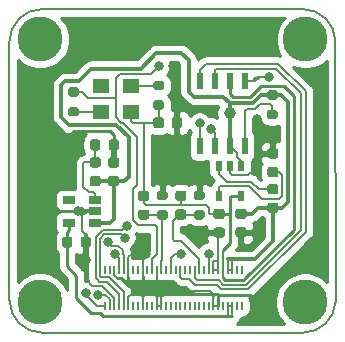
<source format=gbr>
%TF.GenerationSoftware,KiCad,Pcbnew,5.1.12-84ad8e8a86~92~ubuntu18.04.1*%
%TF.CreationDate,2024-08-09T12:32:27+07:00*%
%TF.ProjectId,framos_FSM_IMX_2LANE_Jetson_Adapter,6672616d-6f73-45f4-9653-4d5f494d585f,rev?*%
%TF.SameCoordinates,Original*%
%TF.FileFunction,Copper,L1,Top*%
%TF.FilePolarity,Positive*%
%FSLAX46Y46*%
G04 Gerber Fmt 4.6, Leading zero omitted, Abs format (unit mm)*
G04 Created by KiCad (PCBNEW 5.1.12-84ad8e8a86~92~ubuntu18.04.1) date 2024-08-09 12:32:27*
%MOMM*%
%LPD*%
G01*
G04 APERTURE LIST*
%TA.AperFunction,Profile*%
%ADD10C,0.200000*%
%TD*%
%TA.AperFunction,SMDPad,CuDef*%
%ADD11R,0.508000X0.952500*%
%TD*%
%TA.AperFunction,SMDPad,CuDef*%
%ADD12R,0.533400X1.460500*%
%TD*%
%TA.AperFunction,ComponentPad*%
%ADD13C,3.800000*%
%TD*%
%TA.AperFunction,SMDPad,CuDef*%
%ADD14R,0.200000X0.700000*%
%TD*%
%TA.AperFunction,SMDPad,CuDef*%
%ADD15R,1.060000X0.650000*%
%TD*%
%TA.AperFunction,SMDPad,CuDef*%
%ADD16R,1.400000X1.200000*%
%TD*%
%TA.AperFunction,ViaPad*%
%ADD17C,0.800000*%
%TD*%
%TA.AperFunction,ViaPad*%
%ADD18C,1.000000*%
%TD*%
%TA.AperFunction,Conductor*%
%ADD19C,0.200000*%
%TD*%
%TA.AperFunction,Conductor*%
%ADD20C,0.160000*%
%TD*%
%TA.AperFunction,Conductor*%
%ADD21C,0.300000*%
%TD*%
%TA.AperFunction,Conductor*%
%ADD22C,0.250000*%
%TD*%
%TA.AperFunction,Conductor*%
%ADD23C,0.254000*%
%TD*%
%TA.AperFunction,Conductor*%
%ADD24C,0.150000*%
%TD*%
G04 APERTURE END LIST*
D10*
X136475000Y-52525000D02*
X136493537Y-74564288D01*
X136493537Y-74564288D02*
G75*
G02*
X133725000Y-77150000I-2768537J189288D01*
G01*
X111650000Y-77150000D02*
G75*
G02*
X108875000Y-74375000I0J2775000D01*
G01*
X133700000Y-49750000D02*
G75*
G02*
X136475000Y-52525000I0J-2775000D01*
G01*
X108875000Y-52525000D02*
G75*
G02*
X111650000Y-49750000I2775000J0D01*
G01*
X108875000Y-74375000D02*
X108875000Y-52525000D01*
X133725000Y-77150000D02*
X111650000Y-77150000D01*
X111650000Y-49750000D02*
X133700000Y-49750000D01*
D11*
%TO.P,U1,5*%
%TO.N,+1V8*%
X128498641Y-65553590D03*
%TO.P,U1,4*%
%TO.N,Net-(C1-Pad1)*%
X126598639Y-65553590D03*
%TO.P,U1,3*%
%TO.N,Net-(R1-Pad1)*%
X126598639Y-63000890D03*
%TO.P,U1,2*%
%TO.N,GND*%
X127548640Y-63000890D03*
%TO.P,U1,1*%
%TO.N,+3V3*%
X128498641Y-63000890D03*
%TD*%
%TO.P,R9,2*%
%TO.N,/MCLK0_INCK*%
%TA.AperFunction,SMDPad,CuDef*%
G36*
G01*
X114585160Y-57189320D02*
X114035160Y-57189320D01*
G75*
G02*
X113835160Y-56989320I0J200000D01*
G01*
X113835160Y-56589320D01*
G75*
G02*
X114035160Y-56389320I200000J0D01*
G01*
X114585160Y-56389320D01*
G75*
G02*
X114785160Y-56589320I0J-200000D01*
G01*
X114785160Y-56989320D01*
G75*
G02*
X114585160Y-57189320I-200000J0D01*
G01*
G37*
%TD.AperFunction*%
%TO.P,R9,1*%
%TO.N,Net-(R9-Pad1)*%
%TA.AperFunction,SMDPad,CuDef*%
G36*
G01*
X114585160Y-58839320D02*
X114035160Y-58839320D01*
G75*
G02*
X113835160Y-58639320I0J200000D01*
G01*
X113835160Y-58239320D01*
G75*
G02*
X114035160Y-58039320I200000J0D01*
G01*
X114585160Y-58039320D01*
G75*
G02*
X114785160Y-58239320I0J-200000D01*
G01*
X114785160Y-58639320D01*
G75*
G02*
X114585160Y-58839320I-200000J0D01*
G01*
G37*
%TD.AperFunction*%
%TD*%
D12*
%TO.P,U3,8*%
%TO.N,Net-(R8-Pad1)*%
X128798320Y-61332110D03*
%TO.P,U3,7*%
%TO.N,+3V3*%
X127528320Y-61332110D03*
%TO.P,U3,6*%
%TO.N,/I2C_SCL__I2C_0_SCL_3V3*%
X126258320Y-61332110D03*
%TO.P,U3,5*%
%TO.N,/I2C_SDA__I2C_0_SDA_3V3*%
X124988320Y-61332110D03*
%TO.P,U3,4*%
%TO.N,/I2C_SDA__I2C_0_SDA*%
X124988320Y-55883810D03*
%TO.P,U3,3*%
%TO.N,/I2C_SCL__I2C_0_SCL*%
X126258320Y-55883810D03*
%TO.P,U3,2*%
%TO.N,+1V8*%
X127528320Y-55883810D03*
%TO.P,U3,1*%
%TO.N,GND*%
X128798320Y-55883810D03*
%TD*%
%TO.P,C4,1*%
%TO.N,+3V3*%
%TA.AperFunction,SMDPad,CuDef*%
G36*
G01*
X117949690Y-64750400D02*
X117437190Y-64750400D01*
G75*
G02*
X117218440Y-64531650I0J218750D01*
G01*
X117218440Y-64094150D01*
G75*
G02*
X117437190Y-63875400I218750J0D01*
G01*
X117949690Y-63875400D01*
G75*
G02*
X118168440Y-64094150I0J-218750D01*
G01*
X118168440Y-64531650D01*
G75*
G02*
X117949690Y-64750400I-218750J0D01*
G01*
G37*
%TD.AperFunction*%
%TO.P,C4,2*%
%TO.N,GND*%
%TA.AperFunction,SMDPad,CuDef*%
G36*
G01*
X117949690Y-63175400D02*
X117437190Y-63175400D01*
G75*
G02*
X117218440Y-62956650I0J218750D01*
G01*
X117218440Y-62519150D01*
G75*
G02*
X117437190Y-62300400I218750J0D01*
G01*
X117949690Y-62300400D01*
G75*
G02*
X118168440Y-62519150I0J-218750D01*
G01*
X118168440Y-62956650D01*
G75*
G02*
X117949690Y-63175400I-218750J0D01*
G01*
G37*
%TD.AperFunction*%
%TD*%
%TO.P,C6,2*%
%TO.N,GND*%
%TA.AperFunction,SMDPad,CuDef*%
G36*
G01*
X117276360Y-61510890D02*
X117276360Y-60998390D01*
G75*
G02*
X117495110Y-60779640I218750J0D01*
G01*
X117932610Y-60779640D01*
G75*
G02*
X118151360Y-60998390I0J-218750D01*
G01*
X118151360Y-61510890D01*
G75*
G02*
X117932610Y-61729640I-218750J0D01*
G01*
X117495110Y-61729640D01*
G75*
G02*
X117276360Y-61510890I0J218750D01*
G01*
G37*
%TD.AperFunction*%
%TO.P,C6,1*%
%TO.N,Net-(C6-Pad1)*%
%TA.AperFunction,SMDPad,CuDef*%
G36*
G01*
X115701360Y-61510890D02*
X115701360Y-60998390D01*
G75*
G02*
X115920110Y-60779640I218750J0D01*
G01*
X116357610Y-60779640D01*
G75*
G02*
X116576360Y-60998390I0J-218750D01*
G01*
X116576360Y-61510890D01*
G75*
G02*
X116357610Y-61729640I-218750J0D01*
G01*
X115920110Y-61729640D01*
G75*
G02*
X115701360Y-61510890I0J218750D01*
G01*
G37*
%TD.AperFunction*%
%TD*%
%TO.P,R6,1*%
%TO.N,Net-(C6-Pad1)*%
%TA.AperFunction,SMDPad,CuDef*%
G36*
G01*
X115882710Y-62300400D02*
X116395210Y-62300400D01*
G75*
G02*
X116613960Y-62519150I0J-218750D01*
G01*
X116613960Y-62956650D01*
G75*
G02*
X116395210Y-63175400I-218750J0D01*
G01*
X115882710Y-63175400D01*
G75*
G02*
X115663960Y-62956650I0J218750D01*
G01*
X115663960Y-62519150D01*
G75*
G02*
X115882710Y-62300400I218750J0D01*
G01*
G37*
%TD.AperFunction*%
%TO.P,R6,2*%
%TO.N,+3V3*%
%TA.AperFunction,SMDPad,CuDef*%
G36*
G01*
X115882710Y-63875400D02*
X116395210Y-63875400D01*
G75*
G02*
X116613960Y-64094150I0J-218750D01*
G01*
X116613960Y-64531650D01*
G75*
G02*
X116395210Y-64750400I-218750J0D01*
G01*
X115882710Y-64750400D01*
G75*
G02*
X115663960Y-64531650I0J218750D01*
G01*
X115663960Y-64094150D01*
G75*
G02*
X115882710Y-63875400I218750J0D01*
G01*
G37*
%TD.AperFunction*%
%TD*%
%TO.P,R4,2*%
%TO.N,/GPIO6_SLAMODE0*%
%TA.AperFunction,SMDPad,CuDef*%
G36*
G01*
X121548480Y-66795200D02*
X122098480Y-66795200D01*
G75*
G02*
X122298480Y-66995200I0J-200000D01*
G01*
X122298480Y-67395200D01*
G75*
G02*
X122098480Y-67595200I-200000J0D01*
G01*
X121548480Y-67595200D01*
G75*
G02*
X121348480Y-67395200I0J200000D01*
G01*
X121348480Y-66995200D01*
G75*
G02*
X121548480Y-66795200I200000J0D01*
G01*
G37*
%TD.AperFunction*%
%TO.P,R4,1*%
%TO.N,GND*%
%TA.AperFunction,SMDPad,CuDef*%
G36*
G01*
X121548480Y-65145200D02*
X122098480Y-65145200D01*
G75*
G02*
X122298480Y-65345200I0J-200000D01*
G01*
X122298480Y-65745200D01*
G75*
G02*
X122098480Y-65945200I-200000J0D01*
G01*
X121548480Y-65945200D01*
G75*
G02*
X121348480Y-65745200I0J200000D01*
G01*
X121348480Y-65345200D01*
G75*
G02*
X121548480Y-65145200I200000J0D01*
G01*
G37*
%TD.AperFunction*%
%TD*%
%TO.P,R3,2*%
%TO.N,+1V8*%
%TA.AperFunction,SMDPad,CuDef*%
G36*
G01*
X123644370Y-66004960D02*
X123131870Y-66004960D01*
G75*
G02*
X122913120Y-65786210I0J218750D01*
G01*
X122913120Y-65348710D01*
G75*
G02*
X123131870Y-65129960I218750J0D01*
G01*
X123644370Y-65129960D01*
G75*
G02*
X123863120Y-65348710I0J-218750D01*
G01*
X123863120Y-65786210D01*
G75*
G02*
X123644370Y-66004960I-218750J0D01*
G01*
G37*
%TD.AperFunction*%
%TO.P,R3,1*%
%TO.N,/GPIO0_XMASTER0*%
%TA.AperFunction,SMDPad,CuDef*%
G36*
G01*
X123644370Y-67579960D02*
X123131870Y-67579960D01*
G75*
G02*
X122913120Y-67361210I0J218750D01*
G01*
X122913120Y-66923710D01*
G75*
G02*
X123131870Y-66704960I218750J0D01*
G01*
X123644370Y-66704960D01*
G75*
G02*
X123863120Y-66923710I0J-218750D01*
G01*
X123863120Y-67361210D01*
G75*
G02*
X123644370Y-67579960I-218750J0D01*
G01*
G37*
%TD.AperFunction*%
%TD*%
%TO.P,R8,2*%
%TO.N,+3V3*%
%TA.AperFunction,SMDPad,CuDef*%
G36*
G01*
X131410120Y-57415880D02*
X130860120Y-57415880D01*
G75*
G02*
X130660120Y-57215880I0J200000D01*
G01*
X130660120Y-56815880D01*
G75*
G02*
X130860120Y-56615880I200000J0D01*
G01*
X131410120Y-56615880D01*
G75*
G02*
X131610120Y-56815880I0J-200000D01*
G01*
X131610120Y-57215880D01*
G75*
G02*
X131410120Y-57415880I-200000J0D01*
G01*
G37*
%TD.AperFunction*%
%TO.P,R8,1*%
%TO.N,Net-(R8-Pad1)*%
%TA.AperFunction,SMDPad,CuDef*%
G36*
G01*
X131410120Y-59065880D02*
X130860120Y-59065880D01*
G75*
G02*
X130660120Y-58865880I0J200000D01*
G01*
X130660120Y-58465880D01*
G75*
G02*
X130860120Y-58265880I200000J0D01*
G01*
X131410120Y-58265880D01*
G75*
G02*
X131610120Y-58465880I0J-200000D01*
G01*
X131610120Y-58865880D01*
G75*
G02*
X131410120Y-59065880I-200000J0D01*
G01*
G37*
%TD.AperFunction*%
%TD*%
D13*
%TO.P,RU1,1*%
%TO.N,N/C*%
X133944360Y-52324000D03*
%TD*%
%TO.P,RD1,1*%
%TO.N,N/C*%
X133883400Y-74579480D03*
%TD*%
%TO.P,LU1,1*%
%TO.N,N/C*%
X111485680Y-52324000D03*
%TD*%
%TO.P,LD1,1*%
%TO.N,N/C*%
X111455200Y-74569320D03*
%TD*%
%TO.P,R2,2*%
%TO.N,GND*%
%TA.AperFunction,SMDPad,CuDef*%
G36*
G01*
X125222680Y-65919800D02*
X124672680Y-65919800D01*
G75*
G02*
X124472680Y-65719800I0J200000D01*
G01*
X124472680Y-65319800D01*
G75*
G02*
X124672680Y-65119800I200000J0D01*
G01*
X125222680Y-65119800D01*
G75*
G02*
X125422680Y-65319800I0J-200000D01*
G01*
X125422680Y-65719800D01*
G75*
G02*
X125222680Y-65919800I-200000J0D01*
G01*
G37*
%TD.AperFunction*%
%TO.P,R2,1*%
%TO.N,/GPIO0_XMASTER0*%
%TA.AperFunction,SMDPad,CuDef*%
G36*
G01*
X125222680Y-67569800D02*
X124672680Y-67569800D01*
G75*
G02*
X124472680Y-67369800I0J200000D01*
G01*
X124472680Y-66969800D01*
G75*
G02*
X124672680Y-66769800I200000J0D01*
G01*
X125222680Y-66769800D01*
G75*
G02*
X125422680Y-66969800I0J-200000D01*
G01*
X125422680Y-67369800D01*
G75*
G02*
X125222680Y-67569800I-200000J0D01*
G01*
G37*
%TD.AperFunction*%
%TD*%
%TO.P,R7,2*%
%TO.N,+1V8*%
%TA.AperFunction,SMDPad,CuDef*%
G36*
G01*
X121238600Y-57478480D02*
X121788600Y-57478480D01*
G75*
G02*
X121988600Y-57678480I0J-200000D01*
G01*
X121988600Y-58078480D01*
G75*
G02*
X121788600Y-58278480I-200000J0D01*
G01*
X121238600Y-58278480D01*
G75*
G02*
X121038600Y-58078480I0J200000D01*
G01*
X121038600Y-57678480D01*
G75*
G02*
X121238600Y-57478480I200000J0D01*
G01*
G37*
%TD.AperFunction*%
%TO.P,R7,1*%
%TO.N,Net-(R7-Pad1)*%
%TA.AperFunction,SMDPad,CuDef*%
G36*
G01*
X121238600Y-55828480D02*
X121788600Y-55828480D01*
G75*
G02*
X121988600Y-56028480I0J-200000D01*
G01*
X121988600Y-56428480D01*
G75*
G02*
X121788600Y-56628480I-200000J0D01*
G01*
X121238600Y-56628480D01*
G75*
G02*
X121038600Y-56428480I0J200000D01*
G01*
X121038600Y-56028480D01*
G75*
G02*
X121238600Y-55828480I200000J0D01*
G01*
G37*
%TD.AperFunction*%
%TD*%
%TO.P,C7,2*%
%TO.N,GND*%
%TA.AperFunction,SMDPad,CuDef*%
G36*
G01*
X122605680Y-59630120D02*
X122605680Y-59130120D01*
G75*
G02*
X122830680Y-58905120I225000J0D01*
G01*
X123280680Y-58905120D01*
G75*
G02*
X123505680Y-59130120I0J-225000D01*
G01*
X123505680Y-59630120D01*
G75*
G02*
X123280680Y-59855120I-225000J0D01*
G01*
X122830680Y-59855120D01*
G75*
G02*
X122605680Y-59630120I0J225000D01*
G01*
G37*
%TD.AperFunction*%
%TO.P,C7,1*%
%TO.N,+1V8*%
%TA.AperFunction,SMDPad,CuDef*%
G36*
G01*
X121055680Y-59630120D02*
X121055680Y-59130120D01*
G75*
G02*
X121280680Y-58905120I225000J0D01*
G01*
X121730680Y-58905120D01*
G75*
G02*
X121955680Y-59130120I0J-225000D01*
G01*
X121955680Y-59630120D01*
G75*
G02*
X121730680Y-59855120I-225000J0D01*
G01*
X121280680Y-59855120D01*
G75*
G02*
X121055680Y-59630120I0J225000D01*
G01*
G37*
%TD.AperFunction*%
%TD*%
D14*
%TO.P,J1,1*%
%TO.N,Net-(J1-Pad1)*%
X128550000Y-71810000D03*
%TO.P,J1,2*%
%TO.N,Net-(J1-Pad2)*%
X128550000Y-74890000D03*
%TO.P,J1,3*%
%TO.N,Net-(J1-Pad3)*%
X128150000Y-71810000D03*
%TO.P,J1,4*%
%TO.N,Net-(J1-Pad4)*%
X128150000Y-74890000D03*
%TO.P,J1,5*%
%TO.N,+3V3*%
X127750000Y-71810000D03*
%TO.P,J1,6*%
%TO.N,+1V2*%
X127750000Y-74890000D03*
%TO.P,J1,7*%
%TO.N,+3V3*%
X127350000Y-71810000D03*
%TO.P,J1,8*%
%TO.N,+1V2*%
X127350000Y-74890000D03*
%TO.P,J1,9*%
%TO.N,+1V8*%
X126950000Y-71810000D03*
%TO.P,J1,10*%
%TO.N,Net-(J1-Pad10)*%
X126950000Y-74890000D03*
%TO.P,J1,11*%
%TO.N,GND*%
X126550000Y-71810000D03*
%TO.P,J1,12*%
X126550000Y-74890000D03*
%TO.P,J1,13*%
X126150000Y-71810000D03*
%TO.P,J1,14*%
X126150000Y-74890000D03*
%TO.P,J1,15*%
%TO.N,/CAM_nRST__RST_0_IS_1V8*%
X125750000Y-71810000D03*
%TO.P,J1,16*%
%TO.N,/RST_1*%
X125750000Y-74890000D03*
%TO.P,J1,17*%
%TO.N,/SPI_MISO*%
X125350000Y-71810000D03*
%TO.P,J1,18*%
%TO.N,/SPI_MOSI*%
X125350000Y-74890000D03*
%TO.P,J1,19*%
%TO.N,/GPIO0_XMASTER0*%
X124950000Y-71810000D03*
%TO.P,J1,20*%
%TO.N,/GPIO8_XMASTER1*%
X124950000Y-74890000D03*
%TO.P,J1,21*%
%TO.N,/I2C_SCL__I2C_0_SCL*%
X124550000Y-71810000D03*
%TO.P,J1,22*%
%TO.N,/I2C_1_CSL*%
X124550000Y-74890000D03*
%TO.P,J1,23*%
%TO.N,/SPI_CS*%
X124150000Y-71810000D03*
%TO.P,J1,24*%
%TO.N,/SPI_SCK*%
X124150000Y-74890000D03*
%TO.P,J1,25*%
%TO.N,/GPIO1_XVS0*%
X123750000Y-71810000D03*
%TO.P,J1,26*%
%TO.N,/GPIO9_XVS1*%
X123750000Y-74890000D03*
%TO.P,J1,27*%
%TO.N,/I2C_SDA__I2C_0_SDA*%
X123350000Y-71810000D03*
%TO.P,J1,28*%
%TO.N,/I2C_1_SDA*%
X123350000Y-74890000D03*
%TO.P,J1,29*%
%TO.N,/GPIO2_XHS0*%
X122950000Y-71810000D03*
%TO.P,J1,30*%
%TO.N,/GPIO10_XHS1*%
X122950000Y-74890000D03*
%TO.P,J1,31*%
%TO.N,/GPIO3_XTRIG0*%
X122550000Y-71810000D03*
%TO.P,J1,32*%
%TO.N,/GPIO11_XTRIG1*%
X122550000Y-74890000D03*
%TO.P,J1,33*%
%TO.N,/CAM_PWDN__FSA_PWR_EN_0*%
X122150000Y-71810000D03*
%TO.P,J1,34*%
%TO.N,/FSA_PWR_EN_1*%
X122150000Y-74890000D03*
%TO.P,J1,35*%
%TO.N,/GPIO6_SLAMODE0*%
X121750000Y-71810000D03*
%TO.P,J1,36*%
%TO.N,GND*%
X121750000Y-74890000D03*
%TO.P,J1,37*%
X121350000Y-71810000D03*
%TO.P,J1,38*%
X121350000Y-74890000D03*
%TO.P,J1,39*%
%TO.N,/MCLK0_INCK*%
X120950000Y-71810000D03*
%TO.P,J1,40*%
%TO.N,/GPIO4_UART_TXD*%
X120950000Y-74890000D03*
%TO.P,J1,41*%
%TO.N,/MCLK_1*%
X120550000Y-71810000D03*
%TO.P,J1,42*%
%TO.N,/GPIO5_UART_RXD*%
X120550000Y-74890000D03*
%TO.P,J1,43*%
%TO.N,GND*%
X120150000Y-71810000D03*
%TO.P,J1,44*%
X120150000Y-74890000D03*
%TO.P,J1,45*%
%TO.N,Net-(J1-Pad45)*%
X119750000Y-71810000D03*
%TO.P,J1,46*%
%TO.N,/MIPI_CSI_D3_P*%
X119750000Y-74890000D03*
%TO.P,J1,47*%
%TO.N,Net-(J1-Pad47)*%
X119350000Y-71810000D03*
%TO.P,J1,48*%
%TO.N,/MIPI_CSI_D3_N*%
X119350000Y-74890000D03*
%TO.P,J1,49*%
%TO.N,GND*%
X118950000Y-71810000D03*
%TO.P,J1,50*%
X118950000Y-74890000D03*
%TO.P,J1,51*%
%TO.N,/MIPI_CSI_D0_N*%
X118550000Y-71810000D03*
%TO.P,J1,52*%
%TO.N,/MIPI_CSI_D1_N*%
X118550000Y-74890000D03*
%TO.P,J1,53*%
%TO.N,/MIPI_CSI_D0_P*%
X118150000Y-71810000D03*
%TO.P,J1,54*%
%TO.N,/MIPI_CSI_D1_P*%
X118150000Y-74890000D03*
%TO.P,J1,55*%
%TO.N,GND*%
X117750000Y-71810000D03*
%TO.P,J1,56*%
X117750000Y-74890000D03*
%TO.P,J1,57*%
%TO.N,/MIPI_CSI_D2_P*%
X117350000Y-71810000D03*
%TO.P,J1,58*%
%TO.N,/MIPI_CSI_CLK0_P*%
X117350000Y-74890000D03*
%TO.P,J1,59*%
%TO.N,/MIPI_CSI_D2_N*%
X116950000Y-71810000D03*
%TO.P,J1,60*%
%TO.N,/MIPI_CSI_CLK0_N*%
X116950000Y-74890000D03*
%TD*%
%TO.P,C2,2*%
%TO.N,GND*%
%TA.AperFunction,SMDPad,CuDef*%
G36*
G01*
X128227110Y-68229060D02*
X128739610Y-68229060D01*
G75*
G02*
X128958360Y-68447810I0J-218750D01*
G01*
X128958360Y-68885310D01*
G75*
G02*
X128739610Y-69104060I-218750J0D01*
G01*
X128227110Y-69104060D01*
G75*
G02*
X128008360Y-68885310I0J218750D01*
G01*
X128008360Y-68447810D01*
G75*
G02*
X128227110Y-68229060I218750J0D01*
G01*
G37*
%TD.AperFunction*%
%TO.P,C2,1*%
%TO.N,+3V3*%
%TA.AperFunction,SMDPad,CuDef*%
G36*
G01*
X128227110Y-66654060D02*
X128739610Y-66654060D01*
G75*
G02*
X128958360Y-66872810I0J-218750D01*
G01*
X128958360Y-67310310D01*
G75*
G02*
X128739610Y-67529060I-218750J0D01*
G01*
X128227110Y-67529060D01*
G75*
G02*
X128008360Y-67310310I0J218750D01*
G01*
X128008360Y-66872810D01*
G75*
G02*
X128227110Y-66654060I218750J0D01*
G01*
G37*
%TD.AperFunction*%
%TD*%
%TO.P,C1,1*%
%TO.N,Net-(C1-Pad1)*%
%TA.AperFunction,SMDPad,CuDef*%
G36*
G01*
X131437090Y-63988400D02*
X130924590Y-63988400D01*
G75*
G02*
X130705840Y-63769650I0J218750D01*
G01*
X130705840Y-63332150D01*
G75*
G02*
X130924590Y-63113400I218750J0D01*
G01*
X131437090Y-63113400D01*
G75*
G02*
X131655840Y-63332150I0J-218750D01*
G01*
X131655840Y-63769650D01*
G75*
G02*
X131437090Y-63988400I-218750J0D01*
G01*
G37*
%TD.AperFunction*%
%TO.P,C1,2*%
%TO.N,GND*%
%TA.AperFunction,SMDPad,CuDef*%
G36*
G01*
X131437090Y-62413400D02*
X130924590Y-62413400D01*
G75*
G02*
X130705840Y-62194650I0J218750D01*
G01*
X130705840Y-61757150D01*
G75*
G02*
X130924590Y-61538400I218750J0D01*
G01*
X131437090Y-61538400D01*
G75*
G02*
X131655840Y-61757150I0J-218750D01*
G01*
X131655840Y-62194650D01*
G75*
G02*
X131437090Y-62413400I-218750J0D01*
G01*
G37*
%TD.AperFunction*%
%TD*%
%TO.P,C3,2*%
%TO.N,GND*%
%TA.AperFunction,SMDPad,CuDef*%
G36*
G01*
X126372910Y-68233940D02*
X126885410Y-68233940D01*
G75*
G02*
X127104160Y-68452690I0J-218750D01*
G01*
X127104160Y-68890190D01*
G75*
G02*
X126885410Y-69108940I-218750J0D01*
G01*
X126372910Y-69108940D01*
G75*
G02*
X126154160Y-68890190I0J218750D01*
G01*
X126154160Y-68452690D01*
G75*
G02*
X126372910Y-68233940I218750J0D01*
G01*
G37*
%TD.AperFunction*%
%TO.P,C3,1*%
%TO.N,+1V8*%
%TA.AperFunction,SMDPad,CuDef*%
G36*
G01*
X126372910Y-66658940D02*
X126885410Y-66658940D01*
G75*
G02*
X127104160Y-66877690I0J-218750D01*
G01*
X127104160Y-67315190D01*
G75*
G02*
X126885410Y-67533940I-218750J0D01*
G01*
X126372910Y-67533940D01*
G75*
G02*
X126154160Y-67315190I0J218750D01*
G01*
X126154160Y-66877690D01*
G75*
G02*
X126372910Y-66658940I218750J0D01*
G01*
G37*
%TD.AperFunction*%
%TD*%
%TO.P,C5,1*%
%TO.N,+1V2*%
%TA.AperFunction,SMDPad,CuDef*%
G36*
G01*
X113334080Y-69740490D02*
X113334080Y-69227990D01*
G75*
G02*
X113552830Y-69009240I218750J0D01*
G01*
X113990330Y-69009240D01*
G75*
G02*
X114209080Y-69227990I0J-218750D01*
G01*
X114209080Y-69740490D01*
G75*
G02*
X113990330Y-69959240I-218750J0D01*
G01*
X113552830Y-69959240D01*
G75*
G02*
X113334080Y-69740490I0J218750D01*
G01*
G37*
%TD.AperFunction*%
%TO.P,C5,2*%
%TO.N,GND*%
%TA.AperFunction,SMDPad,CuDef*%
G36*
G01*
X114909080Y-69740490D02*
X114909080Y-69227990D01*
G75*
G02*
X115127830Y-69009240I218750J0D01*
G01*
X115565330Y-69009240D01*
G75*
G02*
X115784080Y-69227990I0J-218750D01*
G01*
X115784080Y-69740490D01*
G75*
G02*
X115565330Y-69959240I-218750J0D01*
G01*
X115127830Y-69959240D01*
G75*
G02*
X114909080Y-69740490I0J218750D01*
G01*
G37*
%TD.AperFunction*%
%TD*%
%TO.P,R1,2*%
%TO.N,+3V3*%
%TA.AperFunction,SMDPad,CuDef*%
G36*
G01*
X130924590Y-66146060D02*
X131437090Y-66146060D01*
G75*
G02*
X131655840Y-66364810I0J-218750D01*
G01*
X131655840Y-66802310D01*
G75*
G02*
X131437090Y-67021060I-218750J0D01*
G01*
X130924590Y-67021060D01*
G75*
G02*
X130705840Y-66802310I0J218750D01*
G01*
X130705840Y-66364810D01*
G75*
G02*
X130924590Y-66146060I218750J0D01*
G01*
G37*
%TD.AperFunction*%
%TO.P,R1,1*%
%TO.N,Net-(R1-Pad1)*%
%TA.AperFunction,SMDPad,CuDef*%
G36*
G01*
X130924590Y-64571060D02*
X131437090Y-64571060D01*
G75*
G02*
X131655840Y-64789810I0J-218750D01*
G01*
X131655840Y-65227310D01*
G75*
G02*
X131437090Y-65446060I-218750J0D01*
G01*
X130924590Y-65446060D01*
G75*
G02*
X130705840Y-65227310I0J218750D01*
G01*
X130705840Y-64789810D01*
G75*
G02*
X130924590Y-64571060I218750J0D01*
G01*
G37*
%TD.AperFunction*%
%TD*%
%TO.P,R5,1*%
%TO.N,/GPIO6_SLAMODE0*%
%TA.AperFunction,SMDPad,CuDef*%
G36*
G01*
X120494770Y-67597740D02*
X119982270Y-67597740D01*
G75*
G02*
X119763520Y-67378990I0J218750D01*
G01*
X119763520Y-66941490D01*
G75*
G02*
X119982270Y-66722740I218750J0D01*
G01*
X120494770Y-66722740D01*
G75*
G02*
X120713520Y-66941490I0J-218750D01*
G01*
X120713520Y-67378990D01*
G75*
G02*
X120494770Y-67597740I-218750J0D01*
G01*
G37*
%TD.AperFunction*%
%TO.P,R5,2*%
%TO.N,+1V8*%
%TA.AperFunction,SMDPad,CuDef*%
G36*
G01*
X120494770Y-66022740D02*
X119982270Y-66022740D01*
G75*
G02*
X119763520Y-65803990I0J218750D01*
G01*
X119763520Y-65366490D01*
G75*
G02*
X119982270Y-65147740I218750J0D01*
G01*
X120494770Y-65147740D01*
G75*
G02*
X120713520Y-65366490I0J-218750D01*
G01*
X120713520Y-65803990D01*
G75*
G02*
X120494770Y-66022740I-218750J0D01*
G01*
G37*
%TD.AperFunction*%
%TD*%
D15*
%TO.P,U2,1*%
%TO.N,+3V3*%
X116080720Y-67828200D03*
%TO.P,U2,2*%
%TO.N,GND*%
X116080720Y-66878200D03*
%TO.P,U2,3*%
%TO.N,Net-(C6-Pad1)*%
X116080720Y-65928200D03*
%TO.P,U2,4*%
%TO.N,Net-(U2-Pad4)*%
X113880720Y-65928200D03*
%TO.P,U2,5*%
%TO.N,+1V2*%
X113880720Y-67828200D03*
%TD*%
D16*
%TO.P,X1,1*%
%TO.N,Net-(R7-Pad1)*%
X119192040Y-56227800D03*
%TO.P,X1,2*%
%TO.N,GND*%
X116652040Y-56227800D03*
%TO.P,X1,3*%
%TO.N,Net-(R9-Pad1)*%
X116652040Y-58427800D03*
%TO.P,X1,4*%
%TO.N,+1V8*%
X119192040Y-58427800D03*
%TD*%
D17*
%TO.N,GND*%
X122742960Y-54574440D03*
X116662200Y-56194960D03*
X128478280Y-68686680D03*
X121345960Y-73248520D03*
X123042680Y-57825640D03*
X130820160Y-55519320D03*
X124773440Y-63775840D03*
X121773440Y-63804040D03*
X129799080Y-59095640D03*
X114701320Y-66888360D03*
X124383800Y-68722240D03*
X115321180Y-71028460D03*
X120182640Y-73253600D03*
X130855720Y-74208640D03*
X135336280Y-55488840D03*
X130865880Y-52725320D03*
X116636800Y-52715160D03*
X120401080Y-70449440D03*
X135204200Y-63708280D03*
X111892080Y-63794640D03*
X111800640Y-71003160D03*
X111836200Y-56362600D03*
X135305800Y-70424040D03*
%TO.N,/GPIO3_XTRIG0*%
X123433840Y-70459600D03*
%TO.N,/MCLK0_INCK*%
X121503440Y-54574440D03*
%TO.N,/MIPI_CSI_D0_N*%
X117231160Y-69489320D03*
%TO.N,/MIPI_CSI_D1_N*%
X118623080Y-69098160D03*
%TO.N,/MIPI_CSI_D0_P*%
X117779800Y-70454520D03*
%TO.N,/MIPI_CSI_D1_P*%
X118790720Y-68082160D03*
%TO.N,/MIPI_CSI_CLK0_P*%
X116392960Y-73944480D03*
%TO.N,/MIPI_CSI_CLK0_N*%
X115366800Y-73792080D03*
%TO.N,/I2C_SCL__I2C_0_SCL_3V3*%
X125948440Y-59872880D03*
%TO.N,/I2C_SDA__I2C_0_SDA_3V3*%
X124978160Y-59430920D03*
D18*
%TO.N,+3V3*%
X127528320Y-58572400D03*
D17*
%TO.N,/CAM_nRST__RST_0_IS_1V8*%
X125750000Y-70469440D03*
%TD*%
D19*
%TO.N,GND*%
X126150000Y-71810000D02*
X126550000Y-71810000D01*
X118950000Y-71810000D02*
X118950000Y-72450000D01*
X117750000Y-72300000D02*
X117950000Y-72500000D01*
X117750000Y-71810000D02*
X117750000Y-72300000D01*
X120150000Y-72350000D02*
X120150000Y-71810000D01*
D20*
X127533359Y-63652359D02*
X127533359Y-63012320D01*
X127693420Y-63812420D02*
X127533359Y-63652359D01*
X129110740Y-63812420D02*
X127693420Y-63812420D01*
X129545080Y-63378080D02*
X129110740Y-63812420D01*
X129545080Y-62986920D02*
X129545080Y-63378080D01*
X130556100Y-61975900D02*
X129545080Y-62986920D01*
X131180840Y-61975900D02*
X130556100Y-61975900D01*
D19*
X121750000Y-73835440D02*
X121554240Y-73639680D01*
X121750000Y-74890000D02*
X121750000Y-73835440D01*
D21*
X115321180Y-69408040D02*
X115321180Y-71028460D01*
D19*
X121350000Y-73435440D02*
X121554240Y-73639680D01*
X121350000Y-71810000D02*
X121350000Y-73435440D01*
D22*
X117950000Y-72500000D02*
X117950000Y-72509400D01*
X117950000Y-72500000D02*
X118341920Y-72500000D01*
X118341920Y-72500000D02*
X118932960Y-73091040D01*
X121005600Y-73091040D02*
X121554240Y-73639680D01*
X120150000Y-73078720D02*
X120162320Y-73091040D01*
X120150000Y-72350000D02*
X120150000Y-73078720D01*
X120162320Y-73091040D02*
X121005600Y-73091040D01*
X118932960Y-73091040D02*
X120025160Y-73091040D01*
X118950000Y-73074000D02*
X118932960Y-73091040D01*
X118950000Y-72450000D02*
X118950000Y-73074000D01*
D19*
X126550000Y-68750600D02*
X126629160Y-68671440D01*
X119253000Y-73996998D02*
X119253000Y-73477120D01*
X119253000Y-73477120D02*
X119415560Y-73639680D01*
X120150000Y-73657080D02*
X120167400Y-73639680D01*
X120150000Y-74890000D02*
X120150000Y-73657080D01*
X120167400Y-73639680D02*
X121554240Y-73639680D01*
X119415560Y-73639680D02*
X120167400Y-73639680D01*
X121350000Y-74890000D02*
X121750000Y-74890000D01*
X121350000Y-73843920D02*
X121554240Y-73639680D01*
X121350000Y-74890000D02*
X121350000Y-73843920D01*
X126550000Y-74890000D02*
X126150000Y-74890000D01*
X131079240Y-55499000D02*
X129880360Y-55499000D01*
X129495550Y-55883810D02*
X128798320Y-55883810D01*
X129880360Y-55499000D02*
X129495550Y-55883810D01*
D21*
X114711480Y-66878200D02*
X114701320Y-66888360D01*
X116080720Y-66878200D02*
X114711480Y-66878200D01*
X115321180Y-69408040D02*
X115321180Y-68905220D01*
D19*
X126150000Y-74890000D02*
X126150000Y-73897120D01*
X125892560Y-73639680D02*
X121554240Y-73639680D01*
X126150000Y-73897120D02*
X125892560Y-73639680D01*
D22*
X120025160Y-73091040D02*
X120162320Y-73091040D01*
X114701320Y-66888360D02*
X112745520Y-66888360D01*
X112745520Y-66888360D02*
X112522000Y-66664840D01*
X112522000Y-66664840D02*
X112522000Y-61945520D01*
X112522000Y-61945520D02*
X114355880Y-60111640D01*
X114355880Y-60111640D02*
X117429280Y-60111640D01*
X117713860Y-60396220D02*
X117713860Y-61254640D01*
X117429280Y-60111640D02*
X117713860Y-60396220D01*
D19*
X120150000Y-70512560D02*
X120208040Y-70454520D01*
X120150000Y-71810000D02*
X120150000Y-70512560D01*
X116752477Y-73201061D02*
X115878141Y-73201061D01*
X117750000Y-74198584D02*
X116752477Y-73201061D01*
X117750000Y-74890000D02*
X117750000Y-74198584D01*
X115321180Y-72644100D02*
X115321180Y-71028460D01*
X115878141Y-73201061D02*
X115321180Y-72644100D01*
D22*
X126150000Y-73897120D02*
X126434480Y-73897120D01*
X126524999Y-73987639D02*
X126524999Y-74890000D01*
X126434480Y-73897120D02*
X126524999Y-73987639D01*
D20*
X118950000Y-71810000D02*
X118950000Y-70737200D01*
X119232680Y-70454520D02*
X120208040Y-70454520D01*
D19*
X115346580Y-69484240D02*
X115346580Y-68915380D01*
X115346580Y-68915380D02*
X114990880Y-68559680D01*
X114990880Y-67177920D02*
X114701320Y-66888360D01*
X114990880Y-68559680D02*
X114990880Y-67177920D01*
D22*
X129247879Y-73987639D02*
X126524999Y-73987639D01*
X129550160Y-74289920D02*
X129247879Y-73987639D01*
D20*
X118950000Y-70737200D02*
X119232680Y-70454520D01*
D19*
X119253000Y-73996998D02*
X119063322Y-73996998D01*
X118950000Y-74110320D02*
X118950000Y-74890000D01*
X119063322Y-73996998D02*
X118950000Y-74110320D01*
X126150000Y-71810000D02*
X126150000Y-71105442D01*
X126194282Y-71061160D02*
X126550000Y-71061160D01*
X126150000Y-71105442D02*
X126194282Y-71061160D01*
X126550000Y-71061160D02*
X126550000Y-68750600D01*
X126550000Y-71810000D02*
X126550000Y-71061160D01*
%TO.N,+3V3*%
X127750000Y-71810000D02*
X127350000Y-71810000D01*
D21*
X117693440Y-64312900D02*
X117693440Y-67543680D01*
X117408920Y-67828200D02*
X116080720Y-67828200D01*
X117693440Y-67543680D02*
X117408920Y-67828200D01*
D20*
X127528320Y-61835030D02*
X127528320Y-61332110D01*
X128483360Y-63012320D02*
X128483360Y-62790070D01*
D21*
X131135120Y-57015880D02*
X131890000Y-57015880D01*
X132480650Y-57606530D02*
X132480650Y-66066070D01*
X131890000Y-57015880D02*
X132480650Y-57606530D01*
X131963160Y-66583560D02*
X131180840Y-66583560D01*
X132480650Y-66066070D02*
X131963160Y-66583560D01*
X128483360Y-67091560D02*
X129402840Y-67091560D01*
X129910840Y-66583560D02*
X131180840Y-66583560D01*
X129402840Y-67091560D02*
X129910840Y-66583560D01*
X131180840Y-68950840D02*
X131180840Y-69382640D01*
X131180840Y-69382640D02*
X129667000Y-70896480D01*
X131180840Y-66583560D02*
X131180840Y-68950840D01*
X127919480Y-70896480D02*
X127914400Y-70901560D01*
X129667000Y-70896480D02*
X127919480Y-70896480D01*
D19*
X127350000Y-70951570D02*
X127400010Y-70901560D01*
X127350000Y-71810000D02*
X127350000Y-70951570D01*
X127750000Y-70970840D02*
X127680720Y-70901560D01*
X127750000Y-71810000D02*
X127750000Y-70970840D01*
D21*
X127680720Y-70901560D02*
X127400010Y-70901560D01*
X127914400Y-70901560D02*
X127680720Y-70901560D01*
X127528320Y-61332110D02*
X127528320Y-58572400D01*
X127528320Y-57734200D02*
X129499360Y-57734200D01*
X130217680Y-57015880D02*
X131135120Y-57015880D01*
X129499360Y-57734200D02*
X130217680Y-57015880D01*
D20*
X128498641Y-62914530D02*
X128498641Y-62616121D01*
X128498641Y-62616121D02*
X128163320Y-62280800D01*
X128163320Y-61967110D02*
X127528320Y-61332110D01*
X128163320Y-62280800D02*
X128163320Y-61967110D01*
D21*
X116138960Y-64312900D02*
X117693440Y-64312900D01*
X118963440Y-63936880D02*
X118587420Y-64312900D01*
X117938756Y-59568080D02*
X118963440Y-60592764D01*
X113949480Y-59568080D02*
X117938756Y-59568080D01*
X127528320Y-57734200D02*
X126964440Y-57170320D01*
X126964440Y-57170320D02*
X124480320Y-57170320D01*
X124480320Y-57170320D02*
X124045980Y-56735980D01*
X124045980Y-54094380D02*
X123428760Y-53477160D01*
X113238280Y-58856880D02*
X113949480Y-59568080D01*
X118963440Y-60592764D02*
X118963440Y-63936880D01*
X123428760Y-53477160D02*
X121320560Y-53477160D01*
X121320560Y-53477160D02*
X119997970Y-54799750D01*
X119997970Y-54799750D02*
X115801890Y-54799750D01*
X124045980Y-56735980D02*
X124045980Y-54094380D01*
X113238280Y-56210200D02*
X113238280Y-58856880D01*
X118587420Y-64312900D02*
X117693440Y-64312900D01*
X115801890Y-54799750D02*
X114777520Y-55824120D01*
X114777520Y-55824120D02*
X113624360Y-55824120D01*
X113624360Y-55824120D02*
X113238280Y-56210200D01*
D19*
%TO.N,+1V2*%
X127350000Y-74890000D02*
X127750000Y-74890000D01*
X127350000Y-74890000D02*
X127350000Y-75200000D01*
X127350000Y-75400000D02*
X127350001Y-75400001D01*
X127350000Y-74890000D02*
X127350000Y-75400000D01*
D22*
X113880720Y-68481120D02*
X113880720Y-67828200D01*
X114548920Y-74240687D02*
X114548920Y-72318880D01*
X115808234Y-75500001D02*
X114548920Y-74240687D01*
X114548920Y-72318880D02*
X113746180Y-71516140D01*
X116783038Y-75758040D02*
X116524999Y-75500001D01*
X113746180Y-68615660D02*
X113880720Y-68481120D01*
X116524999Y-75500001D02*
X115808234Y-75500001D01*
X120319800Y-75758040D02*
X116783038Y-75758040D01*
X127025400Y-75758040D02*
X120319800Y-75758040D01*
X113746180Y-71516140D02*
X113746180Y-68615660D01*
X120319800Y-75758040D02*
X120145480Y-75758040D01*
D19*
X127750000Y-74890000D02*
X127750000Y-75729400D01*
X127750000Y-75729400D02*
X127721360Y-75758040D01*
X127350000Y-75721960D02*
X127386080Y-75758040D01*
X127350000Y-75400000D02*
X127350000Y-75721960D01*
D22*
X127386080Y-75758040D02*
X127025400Y-75758040D01*
X127721360Y-75758040D02*
X127386080Y-75758040D01*
D20*
%TO.N,+1V8*%
X121513600Y-59372200D02*
X121505680Y-59380120D01*
D19*
X121513600Y-57878480D02*
X121513600Y-59372200D01*
X119192040Y-59197240D02*
X119192040Y-58427800D01*
X119374920Y-59380120D02*
X119192040Y-59197240D01*
D20*
X120238520Y-59390280D02*
X120228360Y-59380120D01*
D19*
X120238520Y-65585240D02*
X120238520Y-59390280D01*
X120228360Y-59380120D02*
X119374920Y-59380120D01*
X121505680Y-59380120D02*
X120228360Y-59380120D01*
X120238520Y-66141600D02*
X120238520Y-65585240D01*
X120401080Y-66304160D02*
X120238520Y-66141600D01*
D20*
X123388120Y-66258440D02*
X123433840Y-66304160D01*
D19*
X123388120Y-65567460D02*
X123388120Y-66258440D01*
X123433840Y-66304160D02*
X120401080Y-66304160D01*
D22*
X127652780Y-65565020D02*
X128483360Y-65565020D01*
D20*
X126933080Y-71810000D02*
X126930010Y-71806930D01*
X126950000Y-71810000D02*
X126933080Y-71810000D01*
D19*
X127584200Y-65633600D02*
X127652780Y-65565020D01*
D20*
X127573840Y-67096440D02*
X127584200Y-67106800D01*
D22*
X126629160Y-67096440D02*
X127573840Y-67096440D01*
X127584200Y-67106800D02*
X127584200Y-65633600D01*
X127584200Y-69524880D02*
X127584200Y-67106800D01*
X126950000Y-70159080D02*
X127584200Y-69524880D01*
D19*
X126950000Y-71810000D02*
X126950000Y-70159080D01*
X126950000Y-71810000D02*
X126950000Y-72467000D01*
D22*
X132955660Y-68439342D02*
X128852602Y-72542400D01*
X132955660Y-57121420D02*
X132955660Y-68439342D01*
X132100110Y-56265870D02*
X132955660Y-57121420D01*
X127528320Y-55883810D02*
X127528320Y-56914060D01*
X128808480Y-72542400D02*
X128700090Y-72650790D01*
X128852602Y-72542400D02*
X128808480Y-72542400D01*
X127133790Y-72650790D02*
X126979680Y-72496680D01*
X128700090Y-72650790D02*
X127133790Y-72650790D01*
D19*
X126979680Y-72496680D02*
X127025400Y-72542400D01*
X126950000Y-72467000D02*
X126979680Y-72496680D01*
X125491240Y-66304160D02*
X123433840Y-66304160D01*
X125775720Y-66588640D02*
X125491240Y-66304160D01*
X125775720Y-67020440D02*
X125775720Y-66588640D01*
X125851720Y-67096440D02*
X125775720Y-67020440D01*
X126629160Y-67096440D02*
X125851720Y-67096440D01*
D22*
X130418630Y-56265870D02*
X130159970Y-56265870D01*
X130418630Y-56265870D02*
X132100110Y-56265870D01*
X130159970Y-56265870D02*
X129230120Y-57195720D01*
X127809980Y-57195720D02*
X127528320Y-56914060D01*
X129230120Y-57195720D02*
X127809980Y-57195720D01*
D19*
%TO.N,/GPIO0_XMASTER0*%
X123410380Y-67169800D02*
X123408440Y-67167860D01*
X124947680Y-67169800D02*
X123410380Y-67169800D01*
D20*
X124950000Y-67172120D02*
X124947680Y-67169800D01*
X124950000Y-71810000D02*
X124950000Y-70914040D01*
X123388120Y-67142460D02*
X123240700Y-67142460D01*
X123240700Y-67142460D02*
X122717560Y-67665600D01*
X122717560Y-67665600D02*
X122717560Y-69250560D01*
X122717560Y-69250560D02*
X122819160Y-69352160D01*
X122819160Y-69352160D02*
X123388120Y-69352160D01*
X123388120Y-69352160D02*
X124950000Y-70914040D01*
D19*
%TO.N,/I2C_SCL__I2C_0_SCL*%
X126258320Y-54953560D02*
X126258320Y-55883810D01*
X133548120Y-56896000D02*
X131466350Y-54814230D01*
X133548120Y-68447936D02*
X133548120Y-56896000D01*
X126957746Y-73075800D02*
X128920256Y-73075800D01*
X126587392Y-72705447D02*
X126957746Y-73075800D01*
X124765287Y-72705447D02*
X126587392Y-72705447D01*
X126397650Y-54814230D02*
X126258320Y-54953560D01*
X131466350Y-54814230D02*
X126397650Y-54814230D01*
X128920256Y-73075800D02*
X133548120Y-68447936D01*
X124550000Y-72490160D02*
X124765287Y-72705447D01*
X124550000Y-71810000D02*
X124550000Y-72490160D01*
%TO.N,/I2C_SDA__I2C_0_SDA*%
X124988320Y-54904640D02*
X124988320Y-55883810D01*
X125478740Y-54414220D02*
X124988320Y-54904640D01*
X131477820Y-54414220D02*
X131632039Y-54414220D01*
X131632039Y-54414220D02*
X133948130Y-56730311D01*
X131477820Y-54414220D02*
X125478740Y-54414220D01*
X133948130Y-68613625D02*
X129085945Y-73475810D01*
X133948130Y-67471250D02*
X133948130Y-68613625D01*
X133948130Y-56730311D02*
X133948130Y-67471250D01*
X123350000Y-72400002D02*
X123350000Y-72397600D01*
X129085945Y-73475810D02*
X127803950Y-73475810D01*
X127803950Y-73475810D02*
X127583968Y-73475810D01*
X123350000Y-72397600D02*
X123350000Y-71810000D01*
X126792057Y-73475810D02*
X127803950Y-73475810D01*
X124599597Y-73105457D02*
X126421703Y-73105457D01*
X124067719Y-72573579D02*
X124599597Y-73105457D01*
X123525979Y-72573579D02*
X124067719Y-72573579D01*
X126421703Y-73105457D02*
X126792057Y-73475810D01*
X123350000Y-72397600D02*
X123525979Y-72573579D01*
%TO.N,/GPIO3_XTRIG0*%
X122925840Y-70459600D02*
X123433840Y-70459600D01*
X122550000Y-70835440D02*
X122925840Y-70459600D01*
X122550000Y-71810000D02*
X122550000Y-70835440D01*
D20*
%TO.N,/MCLK0_INCK*%
X120848120Y-55229760D02*
X121503440Y-54574440D01*
X118221760Y-55229760D02*
X120848120Y-55229760D01*
X117886480Y-55565040D02*
X118221760Y-55229760D01*
X114310160Y-56789320D02*
X115036600Y-56789320D01*
X115570000Y-57322720D02*
X117886480Y-57322720D01*
X115036600Y-56789320D02*
X115570000Y-57322720D01*
X117886480Y-57322720D02*
X117886480Y-55565040D01*
X120950000Y-70952080D02*
X120950000Y-71810000D01*
X121369990Y-70532090D02*
X120950000Y-70952080D01*
X119756482Y-68041520D02*
X121208800Y-68041520D01*
X119349520Y-64993520D02*
X119349520Y-67634558D01*
X121208800Y-68041520D02*
X121369990Y-68202710D01*
X119349520Y-67634558D02*
X119756482Y-68041520D01*
X119661940Y-64681100D02*
X119349520Y-64993520D01*
X119661940Y-60571380D02*
X119661940Y-64681100D01*
X118348760Y-59369960D02*
X118460520Y-59369960D01*
X118460520Y-59369960D02*
X119661940Y-60571380D01*
X117886480Y-58907680D02*
X118348760Y-59369960D01*
X121369990Y-68202710D02*
X121369990Y-70532090D01*
X117886480Y-57322720D02*
X117886480Y-58907680D01*
%TO.N,/MIPI_CSI_D0_N*%
X118550000Y-71810000D02*
X118550000Y-70464698D01*
X118459801Y-70128119D02*
X118106201Y-69774519D01*
X118459801Y-70397921D02*
X118459801Y-70128119D01*
X118526578Y-70464698D02*
X118459801Y-70397921D01*
X118550000Y-70464698D02*
X118526578Y-70464698D01*
X117516359Y-69774519D02*
X117231160Y-69489320D01*
X118106201Y-69774519D02*
X117516359Y-69774519D01*
%TO.N,/MIPI_CSI_D1_N*%
X118550000Y-74890000D02*
X118550000Y-73727468D01*
X118550000Y-73727468D02*
X117696522Y-72873990D01*
X116530120Y-72344122D02*
X116530120Y-69183958D01*
X118334239Y-68809319D02*
X118623080Y-69098160D01*
X116904759Y-68809319D02*
X118334239Y-68809319D01*
X116530120Y-69183958D02*
X116904759Y-68809319D01*
X117283573Y-72461041D02*
X117696522Y-72873990D01*
X116647039Y-72461041D02*
X117283573Y-72461041D01*
X116647039Y-72461041D02*
X116530120Y-72344122D01*
%TO.N,/MIPI_CSI_D0_P*%
X118150000Y-71810000D02*
X118150000Y-70824720D01*
X118150000Y-70824720D02*
X117779800Y-70454520D01*
D19*
%TO.N,/MIPI_CSI_D1_P*%
X118150000Y-74890000D02*
X118150000Y-74724301D01*
D20*
X116363264Y-72686396D02*
X116170110Y-72493242D01*
X116170110Y-69034837D02*
X116771597Y-68433350D01*
X116170110Y-72493243D02*
X116170110Y-69034837D01*
X116363264Y-72686396D02*
X116170110Y-72493243D01*
X118439530Y-68433350D02*
X118790720Y-68082160D01*
X116771597Y-68433350D02*
X118439530Y-68433350D01*
X118150000Y-73836598D02*
X118150000Y-74890000D01*
X117134453Y-72821051D02*
X118150000Y-73836598D01*
X116497918Y-72821051D02*
X117134453Y-72821051D01*
X116363264Y-72686396D02*
X116497918Y-72821051D01*
%TO.N,/MIPI_CSI_CLK0_P*%
X116958482Y-73944480D02*
X116392960Y-73944480D01*
X117350000Y-74335998D02*
X116958482Y-73944480D01*
X117350000Y-74890000D02*
X117350000Y-74335998D01*
%TO.N,/MIPI_CSI_CLK0_N*%
X116332078Y-74890000D02*
X115366800Y-73924722D01*
X116708560Y-74890000D02*
X116332078Y-74890000D01*
X116546000Y-74890000D02*
X116708560Y-74890000D01*
X115366800Y-73924722D02*
X115366800Y-73792080D01*
X116708560Y-74890000D02*
X116950000Y-74890000D01*
D19*
%TO.N,/GPIO6_SLAMODE0*%
X120239120Y-67159640D02*
X120238520Y-67160240D01*
X121754900Y-67159640D02*
X120239120Y-67159640D01*
X121750000Y-67164540D02*
X121754900Y-67159640D01*
X121823480Y-67195200D02*
X121823480Y-71026200D01*
X121750000Y-71099680D02*
X121750000Y-71810000D01*
X121823480Y-71026200D02*
X121750000Y-71099680D01*
%TO.N,/CAM_PWDN__FSA_PWR_EN_0*%
X122150000Y-71810000D02*
X122150000Y-71700000D01*
D20*
X122150000Y-71601200D02*
X122148600Y-71599800D01*
X122150000Y-71810000D02*
X122150000Y-71601200D01*
D19*
%TO.N,/I2C_SDA__I2C_0_SDA_3V3*%
X124988320Y-59735720D02*
X124983240Y-59730640D01*
X124988320Y-59441080D02*
X124978160Y-59430920D01*
X124988320Y-59979560D02*
X124988320Y-59441080D01*
X124988320Y-61332110D02*
X124988320Y-59979560D01*
X124988320Y-59979560D02*
X124988320Y-59735720D01*
D20*
%TO.N,Net-(R7-Pad1)*%
X121512920Y-56227800D02*
X121513600Y-56228480D01*
X119192040Y-56227800D02*
X121512920Y-56227800D01*
%TO.N,Net-(C6-Pad1)*%
X116138960Y-61254740D02*
X116138860Y-61254640D01*
X116138960Y-62737900D02*
X116138960Y-61254740D01*
X115229740Y-62737900D02*
X116138960Y-62737900D01*
X115128040Y-62839600D02*
X115229740Y-62737900D01*
X116080720Y-65928200D02*
X116080720Y-65392480D01*
X116080720Y-65392480D02*
X115915440Y-65227200D01*
X115575080Y-65227200D02*
X115128040Y-64780160D01*
X115915440Y-65227200D02*
X115575080Y-65227200D01*
X115128040Y-64780160D02*
X115128040Y-62839600D01*
D21*
%TO.N,+3V3*%
X127528320Y-58572400D02*
X127528320Y-57734200D01*
D19*
%TO.N,/I2C_SCL__I2C_0_SCL_3V3*%
X126258320Y-60182760D02*
X125948440Y-59872880D01*
X126258320Y-61332110D02*
X126258320Y-60182760D01*
%TO.N,Net-(R8-Pad1)*%
X129658250Y-58211720D02*
X128976120Y-58211720D01*
X128798320Y-58389520D02*
X128798320Y-61332110D01*
X128976120Y-58211720D02*
X128798320Y-58389520D01*
X131135120Y-58665880D02*
X131135120Y-57962800D01*
X130069730Y-57800240D02*
X129658250Y-58211720D01*
X130972560Y-57800240D02*
X130069730Y-57800240D01*
X131135120Y-57962800D02*
X130972560Y-57800240D01*
D20*
%TO.N,/CAM_nRST__RST_0_IS_1V8*%
X125750000Y-71810000D02*
X125750000Y-70469440D01*
X125750000Y-70469440D02*
X125750000Y-70469440D01*
%TO.N,Net-(R9-Pad1)*%
X114321680Y-58427800D02*
X114310160Y-58439320D01*
X116652040Y-58427800D02*
X114321680Y-58427800D01*
%TO.N,Net-(R1-Pad1)*%
X126598639Y-63682839D02*
X126598639Y-62914530D01*
X127269910Y-64354110D02*
X126598639Y-63682839D01*
X129323361Y-64354110D02*
X127269910Y-64354110D01*
X129977810Y-65008560D02*
X129323361Y-64354110D01*
X131180840Y-65008560D02*
X129977810Y-65008560D01*
%TO.N,Net-(C1-Pad1)*%
X126598639Y-64846241D02*
X126598639Y-65467230D01*
X131678680Y-65826640D02*
X130286760Y-65826640D01*
X131968240Y-65537080D02*
X131678680Y-65826640D01*
X131734660Y-63550900D02*
X131968240Y-63784480D01*
X131968240Y-63784480D02*
X131968240Y-65537080D01*
X131180840Y-63550900D02*
X131734660Y-63550900D01*
X126730760Y-64714120D02*
X126598639Y-64846241D01*
X129174240Y-64714120D02*
X126730760Y-64714120D01*
X130286760Y-65826640D02*
X129174240Y-64714120D01*
%TD*%
D23*
%TO.N,GND*%
X135757110Y-72868159D02*
X135499368Y-72610417D01*
X135084173Y-72332992D01*
X134622832Y-72141898D01*
X134133076Y-72044480D01*
X133633724Y-72044480D01*
X133143968Y-72141898D01*
X132682627Y-72332992D01*
X132267432Y-72610417D01*
X131914337Y-72963512D01*
X131636912Y-73378707D01*
X131445818Y-73840048D01*
X131348400Y-74329804D01*
X131348400Y-74829156D01*
X131445818Y-75318912D01*
X131636912Y-75780253D01*
X131914337Y-76195448D01*
X132133889Y-76415000D01*
X128104504Y-76415000D01*
X128145636Y-76393014D01*
X128261361Y-76298041D01*
X128356334Y-76182316D01*
X128426906Y-76050287D01*
X128470363Y-75907026D01*
X128473215Y-75878072D01*
X128650000Y-75878072D01*
X128774482Y-75865812D01*
X128894180Y-75829502D01*
X129004494Y-75770537D01*
X129101185Y-75691185D01*
X129180537Y-75594494D01*
X129239502Y-75484180D01*
X129275812Y-75364482D01*
X129288072Y-75240000D01*
X129288072Y-74540000D01*
X129275812Y-74415518D01*
X129239502Y-74295820D01*
X129190461Y-74204072D01*
X129230030Y-74200175D01*
X129368578Y-74158147D01*
X129496265Y-74089897D01*
X129608183Y-73998048D01*
X129631204Y-73969997D01*
X134442323Y-69158879D01*
X134470368Y-69135863D01*
X134562217Y-69023945D01*
X134630467Y-68896258D01*
X134660140Y-68798440D01*
X134672495Y-68757711D01*
X134686686Y-68613625D01*
X134683130Y-68577520D01*
X134683130Y-56766405D01*
X134686685Y-56730310D01*
X134683130Y-56694215D01*
X134683130Y-56694206D01*
X134672495Y-56586226D01*
X134630467Y-56447678D01*
X134562217Y-56319991D01*
X134520044Y-56268604D01*
X134493383Y-56236117D01*
X134493380Y-56236114D01*
X134470367Y-56208073D01*
X134442327Y-56185061D01*
X132887268Y-54630003D01*
X133204928Y-54761582D01*
X133694684Y-54859000D01*
X134194036Y-54859000D01*
X134683792Y-54761582D01*
X135145133Y-54570488D01*
X135560328Y-54293063D01*
X135741335Y-54112056D01*
X135757110Y-72868159D01*
%TA.AperFunction,Conductor*%
D24*
G36*
X135757110Y-72868159D02*
G01*
X135499368Y-72610417D01*
X135084173Y-72332992D01*
X134622832Y-72141898D01*
X134133076Y-72044480D01*
X133633724Y-72044480D01*
X133143968Y-72141898D01*
X132682627Y-72332992D01*
X132267432Y-72610417D01*
X131914337Y-72963512D01*
X131636912Y-73378707D01*
X131445818Y-73840048D01*
X131348400Y-74329804D01*
X131348400Y-74829156D01*
X131445818Y-75318912D01*
X131636912Y-75780253D01*
X131914337Y-76195448D01*
X132133889Y-76415000D01*
X128104504Y-76415000D01*
X128145636Y-76393014D01*
X128261361Y-76298041D01*
X128356334Y-76182316D01*
X128426906Y-76050287D01*
X128470363Y-75907026D01*
X128473215Y-75878072D01*
X128650000Y-75878072D01*
X128774482Y-75865812D01*
X128894180Y-75829502D01*
X129004494Y-75770537D01*
X129101185Y-75691185D01*
X129180537Y-75594494D01*
X129239502Y-75484180D01*
X129275812Y-75364482D01*
X129288072Y-75240000D01*
X129288072Y-74540000D01*
X129275812Y-74415518D01*
X129239502Y-74295820D01*
X129190461Y-74204072D01*
X129230030Y-74200175D01*
X129368578Y-74158147D01*
X129496265Y-74089897D01*
X129608183Y-73998048D01*
X129631204Y-73969997D01*
X134442323Y-69158879D01*
X134470368Y-69135863D01*
X134562217Y-69023945D01*
X134630467Y-68896258D01*
X134660140Y-68798440D01*
X134672495Y-68757711D01*
X134686686Y-68613625D01*
X134683130Y-68577520D01*
X134683130Y-56766405D01*
X134686685Y-56730310D01*
X134683130Y-56694215D01*
X134683130Y-56694206D01*
X134672495Y-56586226D01*
X134630467Y-56447678D01*
X134562217Y-56319991D01*
X134520044Y-56268604D01*
X134493383Y-56236117D01*
X134493380Y-56236114D01*
X134470367Y-56208073D01*
X134442327Y-56185061D01*
X132887268Y-54630003D01*
X133204928Y-54761582D01*
X133694684Y-54859000D01*
X134194036Y-54859000D01*
X134683792Y-54761582D01*
X135145133Y-54570488D01*
X135560328Y-54293063D01*
X135741335Y-54112056D01*
X135757110Y-72868159D01*
G37*
%TD.AperFunction*%
D23*
X121405820Y-72749502D02*
X121488260Y-72774510D01*
X121508750Y-72795000D01*
X121550056Y-72788229D01*
X121650000Y-72798072D01*
X121850000Y-72798072D01*
X121950000Y-72788223D01*
X122050000Y-72798072D01*
X122250000Y-72798072D01*
X122350000Y-72788223D01*
X122450000Y-72798072D01*
X122650000Y-72798072D01*
X122725397Y-72790646D01*
X122735913Y-72810321D01*
X122827762Y-72922239D01*
X122869204Y-72956250D01*
X122980720Y-73067766D01*
X123003741Y-73095817D01*
X123115659Y-73187666D01*
X123243346Y-73255916D01*
X123381894Y-73297944D01*
X123525979Y-73312135D01*
X123562084Y-73308579D01*
X123763273Y-73308579D01*
X124054343Y-73599649D01*
X124077359Y-73627695D01*
X124189277Y-73719544D01*
X124316964Y-73787794D01*
X124411302Y-73816411D01*
X124455511Y-73829822D01*
X124599596Y-73844013D01*
X124635701Y-73840457D01*
X126117258Y-73840457D01*
X126223381Y-73946580D01*
X126180139Y-73961804D01*
X126149401Y-73980015D01*
X126094180Y-73950498D01*
X126011740Y-73925490D01*
X125991250Y-73905000D01*
X125949944Y-73911771D01*
X125850000Y-73901928D01*
X125650000Y-73901928D01*
X125550000Y-73911777D01*
X125450000Y-73901928D01*
X125250000Y-73901928D01*
X125150000Y-73911777D01*
X125050000Y-73901928D01*
X124850000Y-73901928D01*
X124750000Y-73911777D01*
X124650000Y-73901928D01*
X124450000Y-73901928D01*
X124350000Y-73911777D01*
X124250000Y-73901928D01*
X124050000Y-73901928D01*
X123950000Y-73911777D01*
X123850000Y-73901928D01*
X123650000Y-73901928D01*
X123550000Y-73911777D01*
X123450000Y-73901928D01*
X123250000Y-73901928D01*
X123150000Y-73911777D01*
X123050000Y-73901928D01*
X122850000Y-73901928D01*
X122750000Y-73911777D01*
X122650000Y-73901928D01*
X122450000Y-73901928D01*
X122350000Y-73911777D01*
X122250000Y-73901928D01*
X122050000Y-73901928D01*
X121950056Y-73911771D01*
X121908750Y-73905000D01*
X121888260Y-73925490D01*
X121805820Y-73950498D01*
X121750599Y-73980015D01*
X121719861Y-73961804D01*
X121609038Y-73922788D01*
X121591250Y-73905000D01*
X121550000Y-73911762D01*
X121508750Y-73905000D01*
X121490962Y-73922788D01*
X121380139Y-73961804D01*
X121349401Y-73980015D01*
X121294180Y-73950498D01*
X121211740Y-73925490D01*
X121191250Y-73905000D01*
X121149944Y-73911771D01*
X121050000Y-73901928D01*
X120850000Y-73901928D01*
X120750000Y-73911777D01*
X120650000Y-73901928D01*
X120450000Y-73901928D01*
X120350056Y-73911771D01*
X120308750Y-73905000D01*
X120288260Y-73925490D01*
X120205820Y-73950498D01*
X120150000Y-73980335D01*
X120094180Y-73950498D01*
X120011740Y-73925490D01*
X119991250Y-73905000D01*
X119949944Y-73911771D01*
X119850000Y-73901928D01*
X119650000Y-73901928D01*
X119550000Y-73911777D01*
X119450000Y-73901928D01*
X119265000Y-73901928D01*
X119265000Y-73762577D01*
X119268458Y-73727467D01*
X119265000Y-73692357D01*
X119265000Y-73692348D01*
X119254654Y-73587304D01*
X119213770Y-73452526D01*
X119147377Y-73328314D01*
X119058027Y-73219441D01*
X119030746Y-73197052D01*
X118631766Y-72798072D01*
X118650000Y-72798072D01*
X118749944Y-72788229D01*
X118791250Y-72795000D01*
X118811740Y-72774510D01*
X118894180Y-72749502D01*
X118950000Y-72719665D01*
X119005820Y-72749502D01*
X119088260Y-72774510D01*
X119108750Y-72795000D01*
X119150056Y-72788229D01*
X119250000Y-72798072D01*
X119450000Y-72798072D01*
X119550000Y-72788223D01*
X119650000Y-72798072D01*
X119850000Y-72798072D01*
X119949944Y-72788229D01*
X119991250Y-72795000D01*
X120011740Y-72774510D01*
X120094180Y-72749502D01*
X120150000Y-72719665D01*
X120205820Y-72749502D01*
X120288260Y-72774510D01*
X120308750Y-72795000D01*
X120350056Y-72788229D01*
X120450000Y-72798072D01*
X120650000Y-72798072D01*
X120750000Y-72788223D01*
X120850000Y-72798072D01*
X121050000Y-72798072D01*
X121149944Y-72788229D01*
X121191250Y-72795000D01*
X121211740Y-72774510D01*
X121294180Y-72749502D01*
X121350000Y-72719665D01*
X121405820Y-72749502D01*
%TA.AperFunction,Conductor*%
D24*
G36*
X121405820Y-72749502D02*
G01*
X121488260Y-72774510D01*
X121508750Y-72795000D01*
X121550056Y-72788229D01*
X121650000Y-72798072D01*
X121850000Y-72798072D01*
X121950000Y-72788223D01*
X122050000Y-72798072D01*
X122250000Y-72798072D01*
X122350000Y-72788223D01*
X122450000Y-72798072D01*
X122650000Y-72798072D01*
X122725397Y-72790646D01*
X122735913Y-72810321D01*
X122827762Y-72922239D01*
X122869204Y-72956250D01*
X122980720Y-73067766D01*
X123003741Y-73095817D01*
X123115659Y-73187666D01*
X123243346Y-73255916D01*
X123381894Y-73297944D01*
X123525979Y-73312135D01*
X123562084Y-73308579D01*
X123763273Y-73308579D01*
X124054343Y-73599649D01*
X124077359Y-73627695D01*
X124189277Y-73719544D01*
X124316964Y-73787794D01*
X124411302Y-73816411D01*
X124455511Y-73829822D01*
X124599596Y-73844013D01*
X124635701Y-73840457D01*
X126117258Y-73840457D01*
X126223381Y-73946580D01*
X126180139Y-73961804D01*
X126149401Y-73980015D01*
X126094180Y-73950498D01*
X126011740Y-73925490D01*
X125991250Y-73905000D01*
X125949944Y-73911771D01*
X125850000Y-73901928D01*
X125650000Y-73901928D01*
X125550000Y-73911777D01*
X125450000Y-73901928D01*
X125250000Y-73901928D01*
X125150000Y-73911777D01*
X125050000Y-73901928D01*
X124850000Y-73901928D01*
X124750000Y-73911777D01*
X124650000Y-73901928D01*
X124450000Y-73901928D01*
X124350000Y-73911777D01*
X124250000Y-73901928D01*
X124050000Y-73901928D01*
X123950000Y-73911777D01*
X123850000Y-73901928D01*
X123650000Y-73901928D01*
X123550000Y-73911777D01*
X123450000Y-73901928D01*
X123250000Y-73901928D01*
X123150000Y-73911777D01*
X123050000Y-73901928D01*
X122850000Y-73901928D01*
X122750000Y-73911777D01*
X122650000Y-73901928D01*
X122450000Y-73901928D01*
X122350000Y-73911777D01*
X122250000Y-73901928D01*
X122050000Y-73901928D01*
X121950056Y-73911771D01*
X121908750Y-73905000D01*
X121888260Y-73925490D01*
X121805820Y-73950498D01*
X121750599Y-73980015D01*
X121719861Y-73961804D01*
X121609038Y-73922788D01*
X121591250Y-73905000D01*
X121550000Y-73911762D01*
X121508750Y-73905000D01*
X121490962Y-73922788D01*
X121380139Y-73961804D01*
X121349401Y-73980015D01*
X121294180Y-73950498D01*
X121211740Y-73925490D01*
X121191250Y-73905000D01*
X121149944Y-73911771D01*
X121050000Y-73901928D01*
X120850000Y-73901928D01*
X120750000Y-73911777D01*
X120650000Y-73901928D01*
X120450000Y-73901928D01*
X120350056Y-73911771D01*
X120308750Y-73905000D01*
X120288260Y-73925490D01*
X120205820Y-73950498D01*
X120150000Y-73980335D01*
X120094180Y-73950498D01*
X120011740Y-73925490D01*
X119991250Y-73905000D01*
X119949944Y-73911771D01*
X119850000Y-73901928D01*
X119650000Y-73901928D01*
X119550000Y-73911777D01*
X119450000Y-73901928D01*
X119265000Y-73901928D01*
X119265000Y-73762577D01*
X119268458Y-73727467D01*
X119265000Y-73692357D01*
X119265000Y-73692348D01*
X119254654Y-73587304D01*
X119213770Y-73452526D01*
X119147377Y-73328314D01*
X119058027Y-73219441D01*
X119030746Y-73197052D01*
X118631766Y-72798072D01*
X118650000Y-72798072D01*
X118749944Y-72788229D01*
X118791250Y-72795000D01*
X118811740Y-72774510D01*
X118894180Y-72749502D01*
X118950000Y-72719665D01*
X119005820Y-72749502D01*
X119088260Y-72774510D01*
X119108750Y-72795000D01*
X119150056Y-72788229D01*
X119250000Y-72798072D01*
X119450000Y-72798072D01*
X119550000Y-72788223D01*
X119650000Y-72798072D01*
X119850000Y-72798072D01*
X119949944Y-72788229D01*
X119991250Y-72795000D01*
X120011740Y-72774510D01*
X120094180Y-72749502D01*
X120150000Y-72719665D01*
X120205820Y-72749502D01*
X120288260Y-72774510D01*
X120308750Y-72795000D01*
X120350056Y-72788229D01*
X120450000Y-72798072D01*
X120650000Y-72798072D01*
X120750000Y-72788223D01*
X120850000Y-72798072D01*
X121050000Y-72798072D01*
X121149944Y-72788229D01*
X121191250Y-72795000D01*
X121211740Y-72774510D01*
X121294180Y-72749502D01*
X121350000Y-72719665D01*
X121405820Y-72749502D01*
G37*
%TD.AperFunction*%
D23*
X131975297Y-50708032D02*
X131697872Y-51123227D01*
X131506778Y-51584568D01*
X131409360Y-52074324D01*
X131409360Y-52573676D01*
X131506778Y-53063432D01*
X131697872Y-53524773D01*
X131816325Y-53702050D01*
X131776124Y-53689855D01*
X131668144Y-53679220D01*
X131632039Y-53675664D01*
X131595934Y-53679220D01*
X125514845Y-53679220D01*
X125478740Y-53675664D01*
X125334655Y-53689855D01*
X125196106Y-53731883D01*
X125082663Y-53792520D01*
X125068420Y-53800133D01*
X124956502Y-53891982D01*
X124933481Y-53920033D01*
X124827996Y-54025518D01*
X124825972Y-54004972D01*
X124819622Y-53940493D01*
X124774734Y-53792520D01*
X124762966Y-53770503D01*
X124701842Y-53656147D01*
X124603744Y-53536616D01*
X124573795Y-53512037D01*
X124011106Y-52949349D01*
X123986524Y-52919396D01*
X123866993Y-52821298D01*
X123730620Y-52748406D01*
X123582647Y-52703519D01*
X123467321Y-52692160D01*
X123467313Y-52692160D01*
X123428760Y-52688363D01*
X123390207Y-52692160D01*
X121359116Y-52692160D01*
X121320560Y-52688363D01*
X121282004Y-52692160D01*
X121281999Y-52692160D01*
X121241586Y-52696140D01*
X121166673Y-52703518D01*
X121018700Y-52748406D01*
X120882327Y-52821298D01*
X120762796Y-52919396D01*
X120738213Y-52949350D01*
X119672813Y-54014750D01*
X115840445Y-54014750D01*
X115801890Y-54010953D01*
X115763334Y-54014750D01*
X115763329Y-54014750D01*
X115722916Y-54018730D01*
X115648003Y-54026108D01*
X115515135Y-54066414D01*
X115500030Y-54070996D01*
X115363657Y-54143888D01*
X115325399Y-54175286D01*
X115274077Y-54217405D01*
X115274074Y-54217408D01*
X115244126Y-54241986D01*
X115219547Y-54271935D01*
X114452363Y-55039120D01*
X113662916Y-55039120D01*
X113624360Y-55035323D01*
X113585804Y-55039120D01*
X113585799Y-55039120D01*
X113545386Y-55043100D01*
X113470473Y-55050478D01*
X113341524Y-55089595D01*
X113322500Y-55095366D01*
X113186127Y-55168258D01*
X113066596Y-55266356D01*
X113042009Y-55296315D01*
X112710471Y-55627853D01*
X112680516Y-55652436D01*
X112582418Y-55771968D01*
X112509526Y-55908341D01*
X112464639Y-56056314D01*
X112453280Y-56171640D01*
X112453280Y-56171647D01*
X112449483Y-56210200D01*
X112453280Y-56248753D01*
X112453281Y-58818317D01*
X112449483Y-58856880D01*
X112464639Y-59010766D01*
X112509526Y-59158739D01*
X112526526Y-59190544D01*
X112582419Y-59295113D01*
X112609103Y-59327627D01*
X112655935Y-59384692D01*
X112655939Y-59384696D01*
X112680517Y-59414644D01*
X112710465Y-59439222D01*
X113367133Y-60095890D01*
X113391716Y-60125844D01*
X113511247Y-60223942D01*
X113646875Y-60296436D01*
X113647620Y-60296834D01*
X113795593Y-60341722D01*
X113870506Y-60349100D01*
X113910919Y-60353080D01*
X113910924Y-60353080D01*
X113949480Y-60356877D01*
X113988036Y-60353080D01*
X115362309Y-60353080D01*
X115314245Y-60392525D01*
X115207689Y-60522365D01*
X115128510Y-60670498D01*
X115079752Y-60831232D01*
X115063288Y-60998390D01*
X115063288Y-61510890D01*
X115079752Y-61678048D01*
X115128510Y-61838782D01*
X115207689Y-61986915D01*
X115212054Y-61992234D01*
X115186207Y-62023729D01*
X115089576Y-62033246D01*
X114954798Y-62074130D01*
X114830586Y-62140523D01*
X114721713Y-62229873D01*
X114699323Y-62257156D01*
X114647293Y-62309186D01*
X114620014Y-62331573D01*
X114571312Y-62390916D01*
X114530664Y-62440446D01*
X114464271Y-62564658D01*
X114423387Y-62699436D01*
X114409582Y-62839600D01*
X114413041Y-62874719D01*
X114413040Y-64745050D01*
X114409582Y-64780160D01*
X114413040Y-64815270D01*
X114413040Y-64815279D01*
X114423386Y-64920323D01*
X114437786Y-64967794D01*
X114410720Y-64965128D01*
X113350720Y-64965128D01*
X113226238Y-64977388D01*
X113106540Y-65013698D01*
X112996226Y-65072663D01*
X112899535Y-65152015D01*
X112820183Y-65248706D01*
X112761218Y-65359020D01*
X112724908Y-65478718D01*
X112712648Y-65603200D01*
X112712648Y-66253200D01*
X112724908Y-66377682D01*
X112761218Y-66497380D01*
X112820183Y-66607694D01*
X112899535Y-66704385D01*
X112996226Y-66783737D01*
X113106540Y-66842702D01*
X113223561Y-66878200D01*
X113106540Y-66913698D01*
X112996226Y-66972663D01*
X112899535Y-67052015D01*
X112820183Y-67148706D01*
X112761218Y-67259020D01*
X112724908Y-67378718D01*
X112712648Y-67503200D01*
X112712648Y-68153200D01*
X112724908Y-68277682D01*
X112761218Y-68397380D01*
X112820183Y-68507694D01*
X112899535Y-68604385D01*
X112936576Y-68634784D01*
X112840409Y-68751965D01*
X112761230Y-68900098D01*
X112712472Y-69060832D01*
X112696008Y-69227990D01*
X112696008Y-69740490D01*
X112712472Y-69907648D01*
X112761230Y-70068382D01*
X112840409Y-70216515D01*
X112946965Y-70346355D01*
X112986180Y-70378538D01*
X112986180Y-71478817D01*
X112982504Y-71516140D01*
X112986180Y-71553462D01*
X112986180Y-71553472D01*
X112997177Y-71665125D01*
X113033089Y-71783513D01*
X113040634Y-71808386D01*
X113111206Y-71940416D01*
X113149667Y-71987280D01*
X113206179Y-72056141D01*
X113235182Y-72079943D01*
X113788921Y-72633683D01*
X113788920Y-73579144D01*
X113701688Y-73368547D01*
X113424263Y-72953352D01*
X113071168Y-72600257D01*
X112655973Y-72322832D01*
X112194632Y-72131738D01*
X111704876Y-72034320D01*
X111205524Y-72034320D01*
X110715768Y-72131738D01*
X110254427Y-72322832D01*
X109839232Y-72600257D01*
X109610000Y-72829489D01*
X109610000Y-54033351D01*
X109869712Y-54293063D01*
X110284907Y-54570488D01*
X110746248Y-54761582D01*
X111236004Y-54859000D01*
X111735356Y-54859000D01*
X112225112Y-54761582D01*
X112686453Y-54570488D01*
X113101648Y-54293063D01*
X113454743Y-53939968D01*
X113732168Y-53524773D01*
X113923262Y-53063432D01*
X114020680Y-52573676D01*
X114020680Y-52074324D01*
X113923262Y-51584568D01*
X113732168Y-51123227D01*
X113454743Y-50708032D01*
X113231711Y-50485000D01*
X132198329Y-50485000D01*
X131975297Y-50708032D01*
%TA.AperFunction,Conductor*%
D24*
G36*
X131975297Y-50708032D02*
G01*
X131697872Y-51123227D01*
X131506778Y-51584568D01*
X131409360Y-52074324D01*
X131409360Y-52573676D01*
X131506778Y-53063432D01*
X131697872Y-53524773D01*
X131816325Y-53702050D01*
X131776124Y-53689855D01*
X131668144Y-53679220D01*
X131632039Y-53675664D01*
X131595934Y-53679220D01*
X125514845Y-53679220D01*
X125478740Y-53675664D01*
X125334655Y-53689855D01*
X125196106Y-53731883D01*
X125082663Y-53792520D01*
X125068420Y-53800133D01*
X124956502Y-53891982D01*
X124933481Y-53920033D01*
X124827996Y-54025518D01*
X124825972Y-54004972D01*
X124819622Y-53940493D01*
X124774734Y-53792520D01*
X124762966Y-53770503D01*
X124701842Y-53656147D01*
X124603744Y-53536616D01*
X124573795Y-53512037D01*
X124011106Y-52949349D01*
X123986524Y-52919396D01*
X123866993Y-52821298D01*
X123730620Y-52748406D01*
X123582647Y-52703519D01*
X123467321Y-52692160D01*
X123467313Y-52692160D01*
X123428760Y-52688363D01*
X123390207Y-52692160D01*
X121359116Y-52692160D01*
X121320560Y-52688363D01*
X121282004Y-52692160D01*
X121281999Y-52692160D01*
X121241586Y-52696140D01*
X121166673Y-52703518D01*
X121018700Y-52748406D01*
X120882327Y-52821298D01*
X120762796Y-52919396D01*
X120738213Y-52949350D01*
X119672813Y-54014750D01*
X115840445Y-54014750D01*
X115801890Y-54010953D01*
X115763334Y-54014750D01*
X115763329Y-54014750D01*
X115722916Y-54018730D01*
X115648003Y-54026108D01*
X115515135Y-54066414D01*
X115500030Y-54070996D01*
X115363657Y-54143888D01*
X115325399Y-54175286D01*
X115274077Y-54217405D01*
X115274074Y-54217408D01*
X115244126Y-54241986D01*
X115219547Y-54271935D01*
X114452363Y-55039120D01*
X113662916Y-55039120D01*
X113624360Y-55035323D01*
X113585804Y-55039120D01*
X113585799Y-55039120D01*
X113545386Y-55043100D01*
X113470473Y-55050478D01*
X113341524Y-55089595D01*
X113322500Y-55095366D01*
X113186127Y-55168258D01*
X113066596Y-55266356D01*
X113042009Y-55296315D01*
X112710471Y-55627853D01*
X112680516Y-55652436D01*
X112582418Y-55771968D01*
X112509526Y-55908341D01*
X112464639Y-56056314D01*
X112453280Y-56171640D01*
X112453280Y-56171647D01*
X112449483Y-56210200D01*
X112453280Y-56248753D01*
X112453281Y-58818317D01*
X112449483Y-58856880D01*
X112464639Y-59010766D01*
X112509526Y-59158739D01*
X112526526Y-59190544D01*
X112582419Y-59295113D01*
X112609103Y-59327627D01*
X112655935Y-59384692D01*
X112655939Y-59384696D01*
X112680517Y-59414644D01*
X112710465Y-59439222D01*
X113367133Y-60095890D01*
X113391716Y-60125844D01*
X113511247Y-60223942D01*
X113646875Y-60296436D01*
X113647620Y-60296834D01*
X113795593Y-60341722D01*
X113870506Y-60349100D01*
X113910919Y-60353080D01*
X113910924Y-60353080D01*
X113949480Y-60356877D01*
X113988036Y-60353080D01*
X115362309Y-60353080D01*
X115314245Y-60392525D01*
X115207689Y-60522365D01*
X115128510Y-60670498D01*
X115079752Y-60831232D01*
X115063288Y-60998390D01*
X115063288Y-61510890D01*
X115079752Y-61678048D01*
X115128510Y-61838782D01*
X115207689Y-61986915D01*
X115212054Y-61992234D01*
X115186207Y-62023729D01*
X115089576Y-62033246D01*
X114954798Y-62074130D01*
X114830586Y-62140523D01*
X114721713Y-62229873D01*
X114699323Y-62257156D01*
X114647293Y-62309186D01*
X114620014Y-62331573D01*
X114571312Y-62390916D01*
X114530664Y-62440446D01*
X114464271Y-62564658D01*
X114423387Y-62699436D01*
X114409582Y-62839600D01*
X114413041Y-62874719D01*
X114413040Y-64745050D01*
X114409582Y-64780160D01*
X114413040Y-64815270D01*
X114413040Y-64815279D01*
X114423386Y-64920323D01*
X114437786Y-64967794D01*
X114410720Y-64965128D01*
X113350720Y-64965128D01*
X113226238Y-64977388D01*
X113106540Y-65013698D01*
X112996226Y-65072663D01*
X112899535Y-65152015D01*
X112820183Y-65248706D01*
X112761218Y-65359020D01*
X112724908Y-65478718D01*
X112712648Y-65603200D01*
X112712648Y-66253200D01*
X112724908Y-66377682D01*
X112761218Y-66497380D01*
X112820183Y-66607694D01*
X112899535Y-66704385D01*
X112996226Y-66783737D01*
X113106540Y-66842702D01*
X113223561Y-66878200D01*
X113106540Y-66913698D01*
X112996226Y-66972663D01*
X112899535Y-67052015D01*
X112820183Y-67148706D01*
X112761218Y-67259020D01*
X112724908Y-67378718D01*
X112712648Y-67503200D01*
X112712648Y-68153200D01*
X112724908Y-68277682D01*
X112761218Y-68397380D01*
X112820183Y-68507694D01*
X112899535Y-68604385D01*
X112936576Y-68634784D01*
X112840409Y-68751965D01*
X112761230Y-68900098D01*
X112712472Y-69060832D01*
X112696008Y-69227990D01*
X112696008Y-69740490D01*
X112712472Y-69907648D01*
X112761230Y-70068382D01*
X112840409Y-70216515D01*
X112946965Y-70346355D01*
X112986180Y-70378538D01*
X112986180Y-71478817D01*
X112982504Y-71516140D01*
X112986180Y-71553462D01*
X112986180Y-71553472D01*
X112997177Y-71665125D01*
X113033089Y-71783513D01*
X113040634Y-71808386D01*
X113111206Y-71940416D01*
X113149667Y-71987280D01*
X113206179Y-72056141D01*
X113235182Y-72079943D01*
X113788921Y-72633683D01*
X113788920Y-73579144D01*
X113701688Y-73368547D01*
X113424263Y-72953352D01*
X113071168Y-72600257D01*
X112655973Y-72322832D01*
X112194632Y-72131738D01*
X111704876Y-72034320D01*
X111205524Y-72034320D01*
X110715768Y-72131738D01*
X110254427Y-72322832D01*
X109839232Y-72600257D01*
X109610000Y-72829489D01*
X109610000Y-54033351D01*
X109869712Y-54293063D01*
X110284907Y-54570488D01*
X110746248Y-54761582D01*
X111236004Y-54859000D01*
X111735356Y-54859000D01*
X112225112Y-54761582D01*
X112686453Y-54570488D01*
X113101648Y-54293063D01*
X113454743Y-53939968D01*
X113732168Y-53524773D01*
X113923262Y-53063432D01*
X114020680Y-52573676D01*
X114020680Y-52074324D01*
X113923262Y-51584568D01*
X113732168Y-51123227D01*
X113454743Y-50708032D01*
X113231711Y-50485000D01*
X132198329Y-50485000D01*
X131975297Y-50708032D01*
G37*
%TD.AperFunction*%
D23*
X115455110Y-72458132D02*
X115451837Y-72491370D01*
X115451652Y-72493244D01*
X115455110Y-72528354D01*
X115455110Y-72528362D01*
X115465456Y-72633406D01*
X115505170Y-72764326D01*
X115468739Y-72757080D01*
X115308920Y-72757080D01*
X115308920Y-72356205D01*
X115312596Y-72318880D01*
X115308920Y-72281555D01*
X115308920Y-72281547D01*
X115297923Y-72169894D01*
X115254466Y-72026633D01*
X115183894Y-71894604D01*
X115088921Y-71778879D01*
X115059922Y-71755081D01*
X114506180Y-71201339D01*
X114506180Y-70450051D01*
X114554586Y-70489777D01*
X114664900Y-70548742D01*
X114784598Y-70585052D01*
X114909080Y-70597312D01*
X115060830Y-70594240D01*
X115219580Y-70435490D01*
X115219580Y-69611240D01*
X115199580Y-69611240D01*
X115199580Y-69357240D01*
X115219580Y-69357240D01*
X115219580Y-69337240D01*
X115455111Y-69337240D01*
X115455110Y-72458132D01*
%TA.AperFunction,Conductor*%
D24*
G36*
X115455110Y-72458132D02*
G01*
X115451837Y-72491370D01*
X115451652Y-72493244D01*
X115455110Y-72528354D01*
X115455110Y-72528362D01*
X115465456Y-72633406D01*
X115505170Y-72764326D01*
X115468739Y-72757080D01*
X115308920Y-72757080D01*
X115308920Y-72356205D01*
X115312596Y-72318880D01*
X115308920Y-72281555D01*
X115308920Y-72281547D01*
X115297923Y-72169894D01*
X115254466Y-72026633D01*
X115183894Y-71894604D01*
X115088921Y-71778879D01*
X115059922Y-71755081D01*
X114506180Y-71201339D01*
X114506180Y-70450051D01*
X114554586Y-70489777D01*
X114664900Y-70548742D01*
X114784598Y-70585052D01*
X114909080Y-70597312D01*
X115060830Y-70594240D01*
X115219580Y-70435490D01*
X115219580Y-69611240D01*
X115199580Y-69611240D01*
X115199580Y-69357240D01*
X115219580Y-69357240D01*
X115219580Y-69337240D01*
X115455111Y-69337240D01*
X115455110Y-72458132D01*
G37*
%TD.AperFunction*%
D23*
X119616318Y-68746174D02*
X119721362Y-68756520D01*
X119721371Y-68756520D01*
X119756481Y-68759978D01*
X119791591Y-68756520D01*
X120654990Y-68756520D01*
X120654991Y-70235928D01*
X120469255Y-70421664D01*
X120441973Y-70444054D01*
X120352623Y-70552927D01*
X120286230Y-70677139D01*
X120245346Y-70811917D01*
X120240616Y-70859943D01*
X120205820Y-70870498D01*
X120150000Y-70900335D01*
X120094180Y-70870498D01*
X120011740Y-70845490D01*
X119991250Y-70825000D01*
X119949944Y-70831771D01*
X119850000Y-70821928D01*
X119650000Y-70821928D01*
X119550000Y-70831777D01*
X119450000Y-70821928D01*
X119265000Y-70821928D01*
X119265000Y-70499818D01*
X119268459Y-70464698D01*
X119254654Y-70324534D01*
X119213770Y-70189756D01*
X119177680Y-70122236D01*
X119174801Y-70093009D01*
X119174801Y-70093000D01*
X119164455Y-69987956D01*
X119162753Y-69982346D01*
X119282854Y-69902097D01*
X119427017Y-69757934D01*
X119540285Y-69588416D01*
X119618306Y-69400058D01*
X119658080Y-69200099D01*
X119658080Y-68996221D01*
X119618306Y-68796262D01*
X119595364Y-68740876D01*
X119595952Y-68739996D01*
X119616318Y-68746174D01*
%TA.AperFunction,Conductor*%
D24*
G36*
X119616318Y-68746174D02*
G01*
X119721362Y-68756520D01*
X119721371Y-68756520D01*
X119756481Y-68759978D01*
X119791591Y-68756520D01*
X120654990Y-68756520D01*
X120654991Y-70235928D01*
X120469255Y-70421664D01*
X120441973Y-70444054D01*
X120352623Y-70552927D01*
X120286230Y-70677139D01*
X120245346Y-70811917D01*
X120240616Y-70859943D01*
X120205820Y-70870498D01*
X120150000Y-70900335D01*
X120094180Y-70870498D01*
X120011740Y-70845490D01*
X119991250Y-70825000D01*
X119949944Y-70831771D01*
X119850000Y-70821928D01*
X119650000Y-70821928D01*
X119550000Y-70831777D01*
X119450000Y-70821928D01*
X119265000Y-70821928D01*
X119265000Y-70499818D01*
X119268459Y-70464698D01*
X119254654Y-70324534D01*
X119213770Y-70189756D01*
X119177680Y-70122236D01*
X119174801Y-70093009D01*
X119174801Y-70093000D01*
X119164455Y-69987956D01*
X119162753Y-69982346D01*
X119282854Y-69902097D01*
X119427017Y-69757934D01*
X119540285Y-69588416D01*
X119618306Y-69400058D01*
X119658080Y-69200099D01*
X119658080Y-68996221D01*
X119618306Y-68796262D01*
X119595364Y-68740876D01*
X119595952Y-68739996D01*
X119616318Y-68746174D01*
G37*
%TD.AperFunction*%
D23*
X130318725Y-67408175D02*
X130395840Y-67471461D01*
X130395841Y-68912270D01*
X130395840Y-68912280D01*
X130395840Y-69057482D01*
X129341843Y-70111480D01*
X128072402Y-70111480D01*
X128095204Y-70088678D01*
X128124201Y-70064881D01*
X128219174Y-69949156D01*
X128289746Y-69817127D01*
X128333203Y-69673866D01*
X128340894Y-69595776D01*
X128356360Y-69580310D01*
X128356360Y-68793560D01*
X128610360Y-68793560D01*
X128610360Y-69580310D01*
X128769110Y-69739060D01*
X128958360Y-69742132D01*
X129082842Y-69729872D01*
X129202540Y-69693562D01*
X129312854Y-69634597D01*
X129409545Y-69555245D01*
X129488897Y-69458554D01*
X129547862Y-69348240D01*
X129584172Y-69228542D01*
X129596432Y-69104060D01*
X129593360Y-68952310D01*
X129434610Y-68793560D01*
X128610360Y-68793560D01*
X128356360Y-68793560D01*
X128344200Y-68793560D01*
X128344200Y-68539560D01*
X128356360Y-68539560D01*
X128356360Y-68519560D01*
X128610360Y-68519560D01*
X128610360Y-68539560D01*
X129434610Y-68539560D01*
X129593360Y-68380810D01*
X129596432Y-68229060D01*
X129584172Y-68104578D01*
X129547862Y-67984880D01*
X129488897Y-67874566D01*
X129486859Y-67872083D01*
X129556727Y-67865201D01*
X129704700Y-67820314D01*
X129841073Y-67747422D01*
X129960604Y-67649324D01*
X129985187Y-67619370D01*
X130235997Y-67368560D01*
X130286214Y-67368560D01*
X130318725Y-67408175D01*
%TA.AperFunction,Conductor*%
D24*
G36*
X130318725Y-67408175D02*
G01*
X130395840Y-67471461D01*
X130395841Y-68912270D01*
X130395840Y-68912280D01*
X130395840Y-69057482D01*
X129341843Y-70111480D01*
X128072402Y-70111480D01*
X128095204Y-70088678D01*
X128124201Y-70064881D01*
X128219174Y-69949156D01*
X128289746Y-69817127D01*
X128333203Y-69673866D01*
X128340894Y-69595776D01*
X128356360Y-69580310D01*
X128356360Y-68793560D01*
X128610360Y-68793560D01*
X128610360Y-69580310D01*
X128769110Y-69739060D01*
X128958360Y-69742132D01*
X129082842Y-69729872D01*
X129202540Y-69693562D01*
X129312854Y-69634597D01*
X129409545Y-69555245D01*
X129488897Y-69458554D01*
X129547862Y-69348240D01*
X129584172Y-69228542D01*
X129596432Y-69104060D01*
X129593360Y-68952310D01*
X129434610Y-68793560D01*
X128610360Y-68793560D01*
X128356360Y-68793560D01*
X128344200Y-68793560D01*
X128344200Y-68539560D01*
X128356360Y-68539560D01*
X128356360Y-68519560D01*
X128610360Y-68519560D01*
X128610360Y-68539560D01*
X129434610Y-68539560D01*
X129593360Y-68380810D01*
X129596432Y-68229060D01*
X129584172Y-68104578D01*
X129547862Y-67984880D01*
X129488897Y-67874566D01*
X129486859Y-67872083D01*
X129556727Y-67865201D01*
X129704700Y-67820314D01*
X129841073Y-67747422D01*
X129960604Y-67649324D01*
X129985187Y-67619370D01*
X130235997Y-67368560D01*
X130286214Y-67368560D01*
X130318725Y-67408175D01*
G37*
%TD.AperFunction*%
D23*
X124207072Y-68066631D02*
X124351964Y-68144078D01*
X124509180Y-68191769D01*
X124672680Y-68207872D01*
X125222680Y-68207872D01*
X125386180Y-68191769D01*
X125524370Y-68149850D01*
X125516088Y-68233940D01*
X125519160Y-68385690D01*
X125677910Y-68544440D01*
X126502160Y-68544440D01*
X126502160Y-68524440D01*
X126756160Y-68524440D01*
X126756160Y-68544440D01*
X126776160Y-68544440D01*
X126776160Y-68798440D01*
X126756160Y-68798440D01*
X126756160Y-68818440D01*
X126502160Y-68818440D01*
X126502160Y-68798440D01*
X125677910Y-68798440D01*
X125519160Y-68957190D01*
X125516088Y-69108940D01*
X125528348Y-69233422D01*
X125564658Y-69353120D01*
X125611963Y-69441620D01*
X125448102Y-69474214D01*
X125259744Y-69552235D01*
X125090226Y-69665503D01*
X124946063Y-69809666D01*
X124910305Y-69863182D01*
X123918540Y-68871419D01*
X123896147Y-68844133D01*
X123787274Y-68754783D01*
X123663062Y-68688390D01*
X123528284Y-68647506D01*
X123432560Y-68638078D01*
X123432560Y-68218032D01*
X123644370Y-68218032D01*
X123811528Y-68201568D01*
X123972262Y-68152810D01*
X124120395Y-68073631D01*
X124167999Y-68034564D01*
X124207072Y-68066631D01*
%TA.AperFunction,Conductor*%
D24*
G36*
X124207072Y-68066631D02*
G01*
X124351964Y-68144078D01*
X124509180Y-68191769D01*
X124672680Y-68207872D01*
X125222680Y-68207872D01*
X125386180Y-68191769D01*
X125524370Y-68149850D01*
X125516088Y-68233940D01*
X125519160Y-68385690D01*
X125677910Y-68544440D01*
X126502160Y-68544440D01*
X126502160Y-68524440D01*
X126756160Y-68524440D01*
X126756160Y-68544440D01*
X126776160Y-68544440D01*
X126776160Y-68798440D01*
X126756160Y-68798440D01*
X126756160Y-68818440D01*
X126502160Y-68818440D01*
X126502160Y-68798440D01*
X125677910Y-68798440D01*
X125519160Y-68957190D01*
X125516088Y-69108940D01*
X125528348Y-69233422D01*
X125564658Y-69353120D01*
X125611963Y-69441620D01*
X125448102Y-69474214D01*
X125259744Y-69552235D01*
X125090226Y-69665503D01*
X124946063Y-69809666D01*
X124910305Y-69863182D01*
X123918540Y-68871419D01*
X123896147Y-68844133D01*
X123787274Y-68754783D01*
X123663062Y-68688390D01*
X123528284Y-68647506D01*
X123432560Y-68638078D01*
X123432560Y-68218032D01*
X123644370Y-68218032D01*
X123811528Y-68201568D01*
X123972262Y-68152810D01*
X124120395Y-68073631D01*
X124167999Y-68034564D01*
X124207072Y-68066631D01*
G37*
%TD.AperFunction*%
D23*
X115074470Y-66751200D02*
X115156579Y-66751200D01*
X115196226Y-66783737D01*
X115306540Y-66842702D01*
X115423561Y-66878200D01*
X115306540Y-66913698D01*
X115196226Y-66972663D01*
X115156579Y-67005200D01*
X115074470Y-67005200D01*
X114936617Y-67143053D01*
X114861905Y-67052015D01*
X114765214Y-66972663D01*
X114654900Y-66913698D01*
X114537879Y-66878200D01*
X114654900Y-66842702D01*
X114765214Y-66783737D01*
X114861905Y-66704385D01*
X114936617Y-66613347D01*
X115074470Y-66751200D01*
%TA.AperFunction,Conductor*%
D24*
G36*
X115074470Y-66751200D02*
G01*
X115156579Y-66751200D01*
X115196226Y-66783737D01*
X115306540Y-66842702D01*
X115423561Y-66878200D01*
X115306540Y-66913698D01*
X115196226Y-66972663D01*
X115156579Y-67005200D01*
X115074470Y-67005200D01*
X114936617Y-67143053D01*
X114861905Y-67052015D01*
X114765214Y-66972663D01*
X114654900Y-66913698D01*
X114537879Y-66878200D01*
X114654900Y-66842702D01*
X114765214Y-66783737D01*
X114861905Y-66704385D01*
X114936617Y-66613347D01*
X115074470Y-66751200D01*
G37*
%TD.AperFunction*%
D23*
X123260981Y-54419538D02*
X123260980Y-56697427D01*
X123257183Y-56735980D01*
X123260980Y-56774533D01*
X123260980Y-56774540D01*
X123272339Y-56889866D01*
X123317226Y-57037839D01*
X123390118Y-57174212D01*
X123488216Y-57293744D01*
X123518170Y-57318327D01*
X123897969Y-57698125D01*
X123922556Y-57728084D01*
X124042087Y-57826182D01*
X124152309Y-57885096D01*
X124178460Y-57899074D01*
X124326433Y-57943962D01*
X124401346Y-57951340D01*
X124441759Y-57955320D01*
X124441764Y-57955320D01*
X124480320Y-57959117D01*
X124518876Y-57955320D01*
X126575587Y-57955320D01*
X126522496Y-58034776D01*
X126436937Y-58241333D01*
X126393320Y-58460612D01*
X126393320Y-58684188D01*
X126436937Y-58903467D01*
X126466165Y-58974029D01*
X126438696Y-58955675D01*
X126250338Y-58877654D01*
X126050379Y-58837880D01*
X125846501Y-58837880D01*
X125829012Y-58841359D01*
X125782097Y-58771146D01*
X125637934Y-58626983D01*
X125468416Y-58513715D01*
X125280058Y-58435694D01*
X125080099Y-58395920D01*
X124876221Y-58395920D01*
X124676262Y-58435694D01*
X124487904Y-58513715D01*
X124318386Y-58626983D01*
X124174223Y-58771146D01*
X124136167Y-58828102D01*
X124131492Y-58780638D01*
X124095182Y-58660940D01*
X124036217Y-58550626D01*
X123956865Y-58453935D01*
X123860174Y-58374583D01*
X123749860Y-58315618D01*
X123630162Y-58279308D01*
X123505680Y-58267048D01*
X123341430Y-58270120D01*
X123182680Y-58428870D01*
X123182680Y-59253120D01*
X123202680Y-59253120D01*
X123202680Y-59507120D01*
X123182680Y-59507120D01*
X123182680Y-60331370D01*
X123341430Y-60490120D01*
X123505680Y-60493192D01*
X123630162Y-60480932D01*
X123749860Y-60444622D01*
X123860174Y-60385657D01*
X123956865Y-60306305D01*
X124036217Y-60209614D01*
X124095182Y-60099300D01*
X124121657Y-60012023D01*
X124174223Y-60090694D01*
X124253321Y-60169792D01*
X124253321Y-60171529D01*
X124191083Y-60247366D01*
X124132118Y-60357680D01*
X124095808Y-60477378D01*
X124083548Y-60601860D01*
X124083548Y-62062360D01*
X124095808Y-62186842D01*
X124132118Y-62306540D01*
X124191083Y-62416854D01*
X124270435Y-62513545D01*
X124367126Y-62592897D01*
X124477440Y-62651862D01*
X124597138Y-62688172D01*
X124721620Y-62700432D01*
X125255020Y-62700432D01*
X125379502Y-62688172D01*
X125499200Y-62651862D01*
X125609514Y-62592897D01*
X125623320Y-62581567D01*
X125637126Y-62592897D01*
X125706567Y-62630015D01*
X125706567Y-63477140D01*
X125718827Y-63601622D01*
X125755137Y-63721320D01*
X125814102Y-63831634D01*
X125893454Y-63928325D01*
X125939186Y-63965856D01*
X126001262Y-64081992D01*
X126090612Y-64190865D01*
X126117894Y-64213255D01*
X126169179Y-64264540D01*
X126117894Y-64315825D01*
X126090612Y-64338215D01*
X126001262Y-64447088D01*
X125934869Y-64571300D01*
X125926441Y-64599083D01*
X125893454Y-64626155D01*
X125864748Y-64661133D01*
X125777174Y-64589263D01*
X125666860Y-64530298D01*
X125547162Y-64493988D01*
X125422680Y-64481728D01*
X125233430Y-64484800D01*
X125074680Y-64643550D01*
X125074680Y-65392800D01*
X125094680Y-65392800D01*
X125094680Y-65569160D01*
X124800680Y-65569160D01*
X124800680Y-65392800D01*
X124820680Y-65392800D01*
X124820680Y-64643550D01*
X124661930Y-64484800D01*
X124472680Y-64481728D01*
X124348198Y-64493988D01*
X124228500Y-64530298D01*
X124118186Y-64589263D01*
X124084357Y-64617026D01*
X123972262Y-64557110D01*
X123811528Y-64508352D01*
X123644370Y-64491888D01*
X123131870Y-64491888D01*
X122964712Y-64508352D01*
X122803978Y-64557110D01*
X122670064Y-64628689D01*
X122652974Y-64614663D01*
X122542660Y-64555698D01*
X122422962Y-64519388D01*
X122298480Y-64507128D01*
X122109230Y-64510200D01*
X121950480Y-64668950D01*
X121950480Y-65418200D01*
X121970480Y-65418200D01*
X121970480Y-65569160D01*
X121676480Y-65569160D01*
X121676480Y-65418200D01*
X121696480Y-65418200D01*
X121696480Y-64668950D01*
X121537730Y-64510200D01*
X121348480Y-64507128D01*
X121223998Y-64519388D01*
X121104300Y-64555698D01*
X120993986Y-64614663D01*
X120973520Y-64631459D01*
X120973520Y-60434509D01*
X121112303Y-60476608D01*
X121280680Y-60493192D01*
X121730680Y-60493192D01*
X121899057Y-60476608D01*
X122060963Y-60427495D01*
X122207031Y-60349420D01*
X122251186Y-60385657D01*
X122361500Y-60444622D01*
X122481198Y-60480932D01*
X122605680Y-60493192D01*
X122769930Y-60490120D01*
X122928680Y-60331370D01*
X122928680Y-59507120D01*
X122908680Y-59507120D01*
X122908680Y-59253120D01*
X122928680Y-59253120D01*
X122928680Y-58428870D01*
X122769930Y-58270120D01*
X122605680Y-58267048D01*
X122602881Y-58267324D01*
X122610569Y-58241980D01*
X122626672Y-58078480D01*
X122626672Y-57678480D01*
X122610569Y-57514980D01*
X122562878Y-57357764D01*
X122485431Y-57212872D01*
X122381206Y-57085874D01*
X122341734Y-57053480D01*
X122381206Y-57021086D01*
X122485431Y-56894088D01*
X122562878Y-56749196D01*
X122610569Y-56591980D01*
X122626672Y-56428480D01*
X122626672Y-56028480D01*
X122610569Y-55864980D01*
X122562878Y-55707764D01*
X122485431Y-55562872D01*
X122381206Y-55435874D01*
X122254208Y-55331649D01*
X122225361Y-55316230D01*
X122307377Y-55234214D01*
X122420645Y-55064696D01*
X122498666Y-54876338D01*
X122538440Y-54676379D01*
X122538440Y-54472501D01*
X122498666Y-54272542D01*
X122494366Y-54262160D01*
X123103603Y-54262160D01*
X123260981Y-54419538D01*
%TA.AperFunction,Conductor*%
D24*
G36*
X123260981Y-54419538D02*
G01*
X123260980Y-56697427D01*
X123257183Y-56735980D01*
X123260980Y-56774533D01*
X123260980Y-56774540D01*
X123272339Y-56889866D01*
X123317226Y-57037839D01*
X123390118Y-57174212D01*
X123488216Y-57293744D01*
X123518170Y-57318327D01*
X123897969Y-57698125D01*
X123922556Y-57728084D01*
X124042087Y-57826182D01*
X124152309Y-57885096D01*
X124178460Y-57899074D01*
X124326433Y-57943962D01*
X124401346Y-57951340D01*
X124441759Y-57955320D01*
X124441764Y-57955320D01*
X124480320Y-57959117D01*
X124518876Y-57955320D01*
X126575587Y-57955320D01*
X126522496Y-58034776D01*
X126436937Y-58241333D01*
X126393320Y-58460612D01*
X126393320Y-58684188D01*
X126436937Y-58903467D01*
X126466165Y-58974029D01*
X126438696Y-58955675D01*
X126250338Y-58877654D01*
X126050379Y-58837880D01*
X125846501Y-58837880D01*
X125829012Y-58841359D01*
X125782097Y-58771146D01*
X125637934Y-58626983D01*
X125468416Y-58513715D01*
X125280058Y-58435694D01*
X125080099Y-58395920D01*
X124876221Y-58395920D01*
X124676262Y-58435694D01*
X124487904Y-58513715D01*
X124318386Y-58626983D01*
X124174223Y-58771146D01*
X124136167Y-58828102D01*
X124131492Y-58780638D01*
X124095182Y-58660940D01*
X124036217Y-58550626D01*
X123956865Y-58453935D01*
X123860174Y-58374583D01*
X123749860Y-58315618D01*
X123630162Y-58279308D01*
X123505680Y-58267048D01*
X123341430Y-58270120D01*
X123182680Y-58428870D01*
X123182680Y-59253120D01*
X123202680Y-59253120D01*
X123202680Y-59507120D01*
X123182680Y-59507120D01*
X123182680Y-60331370D01*
X123341430Y-60490120D01*
X123505680Y-60493192D01*
X123630162Y-60480932D01*
X123749860Y-60444622D01*
X123860174Y-60385657D01*
X123956865Y-60306305D01*
X124036217Y-60209614D01*
X124095182Y-60099300D01*
X124121657Y-60012023D01*
X124174223Y-60090694D01*
X124253321Y-60169792D01*
X124253321Y-60171529D01*
X124191083Y-60247366D01*
X124132118Y-60357680D01*
X124095808Y-60477378D01*
X124083548Y-60601860D01*
X124083548Y-62062360D01*
X124095808Y-62186842D01*
X124132118Y-62306540D01*
X124191083Y-62416854D01*
X124270435Y-62513545D01*
X124367126Y-62592897D01*
X124477440Y-62651862D01*
X124597138Y-62688172D01*
X124721620Y-62700432D01*
X125255020Y-62700432D01*
X125379502Y-62688172D01*
X125499200Y-62651862D01*
X125609514Y-62592897D01*
X125623320Y-62581567D01*
X125637126Y-62592897D01*
X125706567Y-62630015D01*
X125706567Y-63477140D01*
X125718827Y-63601622D01*
X125755137Y-63721320D01*
X125814102Y-63831634D01*
X125893454Y-63928325D01*
X125939186Y-63965856D01*
X126001262Y-64081992D01*
X126090612Y-64190865D01*
X126117894Y-64213255D01*
X126169179Y-64264540D01*
X126117894Y-64315825D01*
X126090612Y-64338215D01*
X126001262Y-64447088D01*
X125934869Y-64571300D01*
X125926441Y-64599083D01*
X125893454Y-64626155D01*
X125864748Y-64661133D01*
X125777174Y-64589263D01*
X125666860Y-64530298D01*
X125547162Y-64493988D01*
X125422680Y-64481728D01*
X125233430Y-64484800D01*
X125074680Y-64643550D01*
X125074680Y-65392800D01*
X125094680Y-65392800D01*
X125094680Y-65569160D01*
X124800680Y-65569160D01*
X124800680Y-65392800D01*
X124820680Y-65392800D01*
X124820680Y-64643550D01*
X124661930Y-64484800D01*
X124472680Y-64481728D01*
X124348198Y-64493988D01*
X124228500Y-64530298D01*
X124118186Y-64589263D01*
X124084357Y-64617026D01*
X123972262Y-64557110D01*
X123811528Y-64508352D01*
X123644370Y-64491888D01*
X123131870Y-64491888D01*
X122964712Y-64508352D01*
X122803978Y-64557110D01*
X122670064Y-64628689D01*
X122652974Y-64614663D01*
X122542660Y-64555698D01*
X122422962Y-64519388D01*
X122298480Y-64507128D01*
X122109230Y-64510200D01*
X121950480Y-64668950D01*
X121950480Y-65418200D01*
X121970480Y-65418200D01*
X121970480Y-65569160D01*
X121676480Y-65569160D01*
X121676480Y-65418200D01*
X121696480Y-65418200D01*
X121696480Y-64668950D01*
X121537730Y-64510200D01*
X121348480Y-64507128D01*
X121223998Y-64519388D01*
X121104300Y-64555698D01*
X120993986Y-64614663D01*
X120973520Y-64631459D01*
X120973520Y-60434509D01*
X121112303Y-60476608D01*
X121280680Y-60493192D01*
X121730680Y-60493192D01*
X121899057Y-60476608D01*
X122060963Y-60427495D01*
X122207031Y-60349420D01*
X122251186Y-60385657D01*
X122361500Y-60444622D01*
X122481198Y-60480932D01*
X122605680Y-60493192D01*
X122769930Y-60490120D01*
X122928680Y-60331370D01*
X122928680Y-59507120D01*
X122908680Y-59507120D01*
X122908680Y-59253120D01*
X122928680Y-59253120D01*
X122928680Y-58428870D01*
X122769930Y-58270120D01*
X122605680Y-58267048D01*
X122602881Y-58267324D01*
X122610569Y-58241980D01*
X122626672Y-58078480D01*
X122626672Y-57678480D01*
X122610569Y-57514980D01*
X122562878Y-57357764D01*
X122485431Y-57212872D01*
X122381206Y-57085874D01*
X122341734Y-57053480D01*
X122381206Y-57021086D01*
X122485431Y-56894088D01*
X122562878Y-56749196D01*
X122610569Y-56591980D01*
X122626672Y-56428480D01*
X122626672Y-56028480D01*
X122610569Y-55864980D01*
X122562878Y-55707764D01*
X122485431Y-55562872D01*
X122381206Y-55435874D01*
X122254208Y-55331649D01*
X122225361Y-55316230D01*
X122307377Y-55234214D01*
X122420645Y-55064696D01*
X122498666Y-54876338D01*
X122538440Y-54676379D01*
X122538440Y-54472501D01*
X122498666Y-54272542D01*
X122494366Y-54262160D01*
X123103603Y-54262160D01*
X123260981Y-54419538D01*
G37*
%TD.AperFunction*%
D23*
X130022048Y-58865880D02*
X130038151Y-59029380D01*
X130085842Y-59186596D01*
X130163289Y-59331488D01*
X130267514Y-59458486D01*
X130394512Y-59562711D01*
X130539404Y-59640158D01*
X130696620Y-59687849D01*
X130860120Y-59703952D01*
X131410120Y-59703952D01*
X131573620Y-59687849D01*
X131695650Y-59650831D01*
X131695650Y-60904249D01*
X131655840Y-60900328D01*
X131466590Y-60903400D01*
X131307840Y-61062150D01*
X131307840Y-61848900D01*
X131327840Y-61848900D01*
X131327840Y-62102900D01*
X131307840Y-62102900D01*
X131307840Y-62122900D01*
X131053840Y-62122900D01*
X131053840Y-62102900D01*
X130229590Y-62102900D01*
X130070840Y-62261650D01*
X130067768Y-62413400D01*
X130080028Y-62537882D01*
X130116338Y-62657580D01*
X130175303Y-62767894D01*
X130229940Y-62834470D01*
X130212169Y-62856125D01*
X130132990Y-63004258D01*
X130084232Y-63164992D01*
X130067768Y-63332150D01*
X130067768Y-63769650D01*
X130084232Y-63936808D01*
X130132990Y-64097542D01*
X130196186Y-64215773D01*
X129853775Y-63873362D01*
X129831388Y-63846083D01*
X129722515Y-63756733D01*
X129598303Y-63690340D01*
X129463525Y-63649456D01*
X129366832Y-63639932D01*
X129378453Y-63601622D01*
X129390713Y-63477140D01*
X129390713Y-62608292D01*
X129419514Y-62592897D01*
X129516205Y-62513545D01*
X129595557Y-62416854D01*
X129654522Y-62306540D01*
X129690832Y-62186842D01*
X129703092Y-62062360D01*
X129703092Y-61538400D01*
X130067768Y-61538400D01*
X130070840Y-61690150D01*
X130229590Y-61848900D01*
X131053840Y-61848900D01*
X131053840Y-61062150D01*
X130895090Y-60903400D01*
X130705840Y-60900328D01*
X130581358Y-60912588D01*
X130461660Y-60948898D01*
X130351346Y-61007863D01*
X130254655Y-61087215D01*
X130175303Y-61183906D01*
X130116338Y-61294220D01*
X130080028Y-61413918D01*
X130067768Y-61538400D01*
X129703092Y-61538400D01*
X129703092Y-60601860D01*
X129690832Y-60477378D01*
X129654522Y-60357680D01*
X129595557Y-60247366D01*
X129533320Y-60171530D01*
X129533320Y-58946720D01*
X129622145Y-58946720D01*
X129658250Y-58950276D01*
X129694355Y-58946720D01*
X129802335Y-58936085D01*
X129940883Y-58894057D01*
X130022048Y-58850673D01*
X130022048Y-58865880D01*
%TA.AperFunction,Conductor*%
D24*
G36*
X130022048Y-58865880D02*
G01*
X130038151Y-59029380D01*
X130085842Y-59186596D01*
X130163289Y-59331488D01*
X130267514Y-59458486D01*
X130394512Y-59562711D01*
X130539404Y-59640158D01*
X130696620Y-59687849D01*
X130860120Y-59703952D01*
X131410120Y-59703952D01*
X131573620Y-59687849D01*
X131695650Y-59650831D01*
X131695650Y-60904249D01*
X131655840Y-60900328D01*
X131466590Y-60903400D01*
X131307840Y-61062150D01*
X131307840Y-61848900D01*
X131327840Y-61848900D01*
X131327840Y-62102900D01*
X131307840Y-62102900D01*
X131307840Y-62122900D01*
X131053840Y-62122900D01*
X131053840Y-62102900D01*
X130229590Y-62102900D01*
X130070840Y-62261650D01*
X130067768Y-62413400D01*
X130080028Y-62537882D01*
X130116338Y-62657580D01*
X130175303Y-62767894D01*
X130229940Y-62834470D01*
X130212169Y-62856125D01*
X130132990Y-63004258D01*
X130084232Y-63164992D01*
X130067768Y-63332150D01*
X130067768Y-63769650D01*
X130084232Y-63936808D01*
X130132990Y-64097542D01*
X130196186Y-64215773D01*
X129853775Y-63873362D01*
X129831388Y-63846083D01*
X129722515Y-63756733D01*
X129598303Y-63690340D01*
X129463525Y-63649456D01*
X129366832Y-63639932D01*
X129378453Y-63601622D01*
X129390713Y-63477140D01*
X129390713Y-62608292D01*
X129419514Y-62592897D01*
X129516205Y-62513545D01*
X129595557Y-62416854D01*
X129654522Y-62306540D01*
X129690832Y-62186842D01*
X129703092Y-62062360D01*
X129703092Y-61538400D01*
X130067768Y-61538400D01*
X130070840Y-61690150D01*
X130229590Y-61848900D01*
X131053840Y-61848900D01*
X131053840Y-61062150D01*
X130895090Y-60903400D01*
X130705840Y-60900328D01*
X130581358Y-60912588D01*
X130461660Y-60948898D01*
X130351346Y-61007863D01*
X130254655Y-61087215D01*
X130175303Y-61183906D01*
X130116338Y-61294220D01*
X130080028Y-61413918D01*
X130067768Y-61538400D01*
X129703092Y-61538400D01*
X129703092Y-60601860D01*
X129690832Y-60477378D01*
X129654522Y-60357680D01*
X129595557Y-60247366D01*
X129533320Y-60171530D01*
X129533320Y-58946720D01*
X129622145Y-58946720D01*
X129658250Y-58950276D01*
X129694355Y-58946720D01*
X129802335Y-58936085D01*
X129940883Y-58894057D01*
X130022048Y-58850673D01*
X130022048Y-58865880D01*
G37*
%TD.AperFunction*%
D23*
X127606569Y-63147890D02*
X127490711Y-63147890D01*
X127490711Y-62853890D01*
X127606569Y-62853890D01*
X127606569Y-63147890D01*
%TA.AperFunction,Conductor*%
D24*
G36*
X127606569Y-63147890D02*
G01*
X127490711Y-63147890D01*
X127490711Y-62853890D01*
X127606569Y-62853890D01*
X127606569Y-63147890D01*
G37*
%TD.AperFunction*%
D23*
X117840860Y-61127640D02*
X117860860Y-61127640D01*
X117860860Y-61381640D01*
X117840860Y-61381640D01*
X117840860Y-61803730D01*
X117820440Y-61824150D01*
X117820440Y-62610900D01*
X117840440Y-62610900D01*
X117840440Y-62864900D01*
X117820440Y-62864900D01*
X117820440Y-62884900D01*
X117566440Y-62884900D01*
X117566440Y-62864900D01*
X117546440Y-62864900D01*
X117546440Y-62610900D01*
X117566440Y-62610900D01*
X117566440Y-62226310D01*
X117586860Y-62205890D01*
X117586860Y-61381640D01*
X117566860Y-61381640D01*
X117566860Y-61127640D01*
X117586860Y-61127640D01*
X117586860Y-61107640D01*
X117840860Y-61107640D01*
X117840860Y-61127640D01*
%TA.AperFunction,Conductor*%
D24*
G36*
X117840860Y-61127640D02*
G01*
X117860860Y-61127640D01*
X117860860Y-61381640D01*
X117840860Y-61381640D01*
X117840860Y-61803730D01*
X117820440Y-61824150D01*
X117820440Y-62610900D01*
X117840440Y-62610900D01*
X117840440Y-62864900D01*
X117820440Y-62864900D01*
X117820440Y-62884900D01*
X117566440Y-62884900D01*
X117566440Y-62864900D01*
X117546440Y-62864900D01*
X117546440Y-62610900D01*
X117566440Y-62610900D01*
X117566440Y-62226310D01*
X117586860Y-62205890D01*
X117586860Y-61381640D01*
X117566860Y-61381640D01*
X117566860Y-61127640D01*
X117586860Y-61127640D01*
X117586860Y-61107640D01*
X117840860Y-61107640D01*
X117840860Y-61127640D01*
G37*
%TD.AperFunction*%
D23*
X116779040Y-56100800D02*
X116799040Y-56100800D01*
X116799040Y-56354800D01*
X116779040Y-56354800D01*
X116779040Y-56374800D01*
X116525040Y-56374800D01*
X116525040Y-56354800D01*
X116505040Y-56354800D01*
X116505040Y-56100800D01*
X116525040Y-56100800D01*
X116525040Y-56080800D01*
X116779040Y-56080800D01*
X116779040Y-56100800D01*
%TA.AperFunction,Conductor*%
D24*
G36*
X116779040Y-56100800D02*
G01*
X116799040Y-56100800D01*
X116799040Y-56354800D01*
X116779040Y-56354800D01*
X116779040Y-56374800D01*
X116525040Y-56374800D01*
X116525040Y-56354800D01*
X116505040Y-56354800D01*
X116505040Y-56100800D01*
X116525040Y-56100800D01*
X116525040Y-56080800D01*
X116779040Y-56080800D01*
X116779040Y-56100800D01*
G37*
%TD.AperFunction*%
D23*
X128925320Y-55756810D02*
X128945320Y-55756810D01*
X128945320Y-56010810D01*
X128925320Y-56010810D01*
X128925320Y-56030810D01*
X128671320Y-56030810D01*
X128671320Y-56010810D01*
X128651320Y-56010810D01*
X128651320Y-55756810D01*
X128671320Y-55756810D01*
X128671320Y-55736810D01*
X128925320Y-55736810D01*
X128925320Y-55756810D01*
%TA.AperFunction,Conductor*%
D24*
G36*
X128925320Y-55756810D02*
G01*
X128945320Y-55756810D01*
X128945320Y-56010810D01*
X128925320Y-56010810D01*
X128925320Y-56030810D01*
X128671320Y-56030810D01*
X128671320Y-56010810D01*
X128651320Y-56010810D01*
X128651320Y-55756810D01*
X128671320Y-55756810D01*
X128671320Y-55736810D01*
X128925320Y-55736810D01*
X128925320Y-55756810D01*
G37*
%TD.AperFunction*%
D23*
X129867723Y-55560324D02*
X129735694Y-55630896D01*
X129720706Y-55643196D01*
X129648966Y-55702071D01*
X129648962Y-55702075D01*
X129619969Y-55725869D01*
X129596175Y-55754862D01*
X129594229Y-55756808D01*
X129541272Y-55756808D01*
X129700020Y-55598060D01*
X129700359Y-55549230D01*
X129904296Y-55549230D01*
X129867723Y-55560324D01*
%TA.AperFunction,Conductor*%
D24*
G36*
X129867723Y-55560324D02*
G01*
X129735694Y-55630896D01*
X129720706Y-55643196D01*
X129648966Y-55702071D01*
X129648962Y-55702075D01*
X129619969Y-55725869D01*
X129596175Y-55754862D01*
X129594229Y-55756808D01*
X129541272Y-55756808D01*
X129700020Y-55598060D01*
X129700359Y-55549230D01*
X129904296Y-55549230D01*
X129867723Y-55560324D01*
G37*
%TD.AperFunction*%
%TD*%
M02*

</source>
